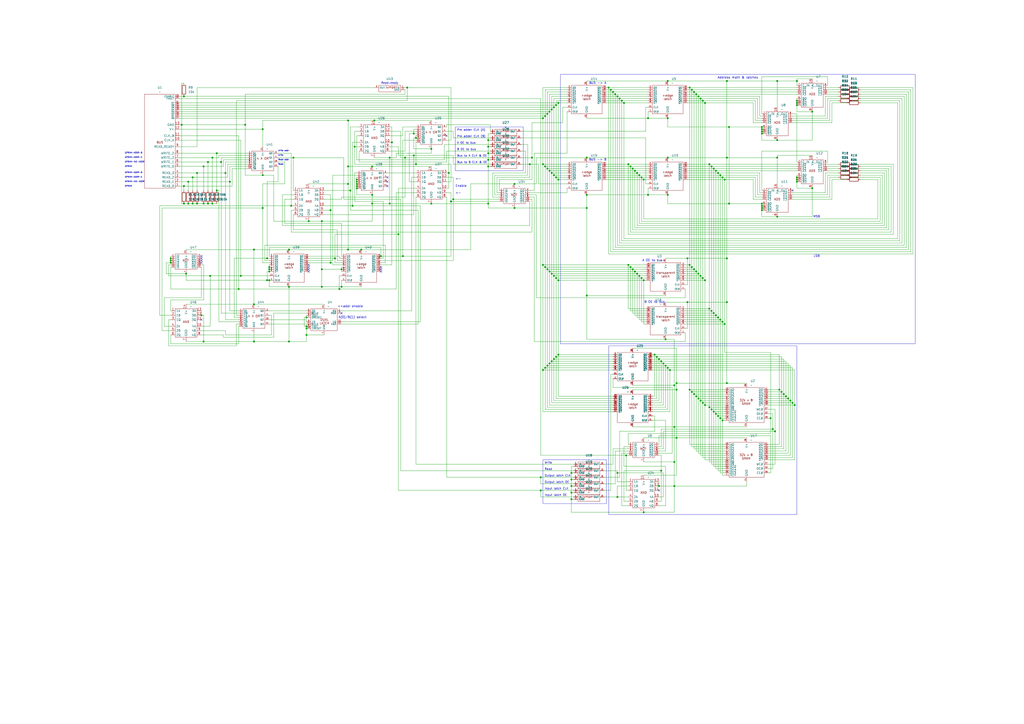
<source format=kicad_sch>
(kicad_sch (version 20231120) (generator "eeschema") (generator_version "8.0")
  (paper "A2")
  (junction (at 120.65 118.11))
  (junction (at 125.73 110.49))
  (junction (at 331.47 289.56))
  (junction (at 417.83 242.57))
  (junction (at 358.14 274.32))
  (junction (at 387.35 68.58))
  (junction (at 114.3 118.11))
  (junction (at 207.01 105.41))
  (junction (at 130.81 100.33))
  (junction (at 283.21 92.71))
  (junction (at 421.64 91.44))
  (junction (at 450.85 125.73))
  (junction (at 314.96 95.25))
  (junction (at 405.13 158.75))
  (junction (at 453.39 227.33))
  (junction (at 123.19 118.11))
  (junction (at 402.59 53.34))
  (junction (at 387.35 46.99))
  (junction (at 105.41 72.39))
  (junction (at 147.32 176.53))
  (junction (at 462.28 105.41))
  (junction (at 363.22 264.16))
  (junction (at 412.75 96.52))
  (junction (at 154.94 162.56))
  (junction (at 203.2 110.49))
  (junction (at 152.4 101.6))
  (junction (at 471.17 64.77))
  (junction (at 177.8 194.31))
  (junction (at 355.6 53.34))
  (junction (at 370.84 101.6))
  (junction (at 215.9 113.03))
  (junction (at 401.32 227.33))
  (junction (at 320.04 63.5))
  (junction (at 316.23 213.36))
  (junction (at 441.96 118.11))
  (junction (at 250.19 118.11))
  (junction (at 186.69 166.37))
  (junction (at 111.76 118.11))
  (junction (at 359.41 57.15))
  (junction (at 156.21 156.21))
  (junction (at 379.73 205.74))
  (junction (at 317.5 66.04))
  (junction (at 107.95 158.75))
  (junction (at 321.31 208.28))
  (junction (at 167.64 144.78))
  (junction (at 322.58 102.87))
  (junction (at 209.55 144.78))
  (junction (at 373.38 104.14))
  (junction (at 417.83 101.6))
  (junction (at 392.43 222.25))
  (junction (at 360.68 58.42))
  (junction (at 204.47 119.38))
  (junction (at 386.08 196.85))
  (junction (at 421.64 175.26))
  (junction (at 364.49 153.67))
  (junction (at 368.3 157.48))
  (junction (at 298.45 106.68))
  (junction (at 260.35 100.33))
  (junction (at 365.76 154.94))
  (junction (at 441.96 74.93))
  (junction (at 340.36 113.03))
  (junction (at 422.91 118.11))
  (junction (at 318.77 157.48))
  (junction (at 250.19 86.36))
  (junction (at 367.03 156.21))
  (junction (at 215.9 118.11))
  (junction (at 318.77 64.77))
  (junction (at 417.83 185.42))
  (junction (at 109.22 118.11))
  (junction (at 283.21 88.9))
  (junction (at 415.29 182.88))
  (junction (at 462.28 46.99))
  (junction (at 201.93 96.52))
  (junction (at 220.98 148.59))
  (junction (at 398.78 149.86))
  (junction (at 125.73 88.9))
  (junction (at 358.14 288.29))
  (junction (at 241.3 80.01))
  (junction (at 407.67 58.42))
  (junction (at 331.47 274.32))
  (junction (at 240.03 77.47))
  (junction (at 313.69 276.86))
  (junction (at 421.64 46.99))
  (junction (at 314.96 214.63))
  (junction (at 322.58 207.01))
  (junction (at 441.96 120.65))
  (junction (at 156.21 157.48))
  (junction (at 398.78 175.26))
  (junction (at 194.31 149.86))
  (junction (at 356.87 54.61))
  (junction (at 408.94 162.56))
  (junction (at 400.05 226.06))
  (junction (at 421.64 222.25))
  (junction (at 402.59 228.6))
  (junction (at 236.22 50.8))
  (junction (at 201.93 69.85))
  (junction (at 372.11 102.87))
  (junction (at 322.58 161.29))
  (junction (at 177.8 184.15))
  (junction (at 449.58 250.19))
  (junction (at 340.36 91.44))
  (junction (at 156.21 154.94))
  (junction (at 321.31 101.6))
  (junction (at 384.81 210.82))
  (junction (at 314.96 153.67))
  (junction (at 462.28 59.69))
  (junction (at 369.57 158.75))
  (junction (at 414.02 97.79))
  (junction (at 133.35 105.41))
  (junction (at 217.17 69.85))
  (junction (at 361.95 59.69))
  (junction (at 447.04 242.57))
  (junction (at 156.21 162.56))
  (junction (at 198.12 156.21))
  (junction (at 207.01 109.22))
  (junction (at 373.38 162.56))
  (junction (at 226.06 91.44))
  (junction (at 401.32 52.07))
  (junction (at 283.21 85.09))
  (junction (at 318.77 210.82))
  (junction (at 414.02 181.61))
  (junction (at 441.96 121.92))
  (junction (at 452.12 226.06))
  (junction (at 441.96 76.2))
  (junction (at 331.47 281.94))
  (junction (at 411.48 95.25))
  (junction (at 313.69 284.48))
  (junction (at 412.75 237.49))
  (junction (at 358.14 55.88))
  (junction (at 308.61 91.44))
  (junction (at 375.92 113.03))
  (junction (at 383.54 209.55))
  (junction (at 262.89 115.57))
  (junction (at 240.03 90.17))
  (junction (at 283.21 118.11))
  (junction (at 170.18 91.44))
  (junction (at 373.38 297.18))
  (junction (at 448.31 248.92))
  (junction (at 186.69 128.27))
  (junction (at 106.68 118.11))
  (junction (at 405.13 231.14))
  (junction (at 450.85 91.44))
  (junction (at 340.36 171.45))
  (junction (at 381 207.01))
  (junction (at 416.56 100.33))
  (junction (at 462.28 60.96))
  (junction (at 450.85 81.28))
  (junction (at 154.94 149.86))
  (junction (at 320.04 100.33))
  (junction (at 406.4 57.15))
  (junction (at 191.77 121.92))
  (junction (at 198.12 166.37))
  (junction (at 471.17 109.22))
  (junction (at 320.04 158.75))
  (junction (at 405.13 55.88))
  (junction (at 317.5 212.09))
  (junction (at 207.01 107.95))
  (junction (at 372.11 161.29))
  (junction (at 415.29 99.06))
  (junction (at 403.86 229.87))
  (junction (at 317.5 156.21))
  (junction (at 450.85 46.99))
  (junction (at 408.94 234.95))
  (junction (at 407.67 233.68))
  (junction (at 462.28 102.87))
  (junction (at 109.22 105.41))
  (junction (at 196.85 167.64))
  (junction (at 320.04 209.55))
  (junction (at 118.11 118.11))
  (junction (at 400.05 153.67))
  (junction (at 387.35 91.44))
  (junction (at 323.85 205.74))
  (junction (at 441.96 77.47))
  (junction (at 459.74 233.68))
  (junction (at 369.57 100.33))
  (junction (at 387.35 213.36))
  (junction (at 201.93 144.78))
  (junction (at 106.68 107.95))
  (junction (at 283.21 96.52))
  (junction (at 364.49 95.25))
  (junction (at 227.33 82.55))
  (junction (at 147.32 144.78))
  (junction (at 391.16 267.97))
  (junction (at 462.28 104.14))
  (junction (at 368.3 99.06))
  (junction (at 354.33 52.07))
  (junction (at 207.01 104.14))
  (junction (at 323.85 104.14))
  (junction (at 123.19 91.44))
  (junction (at 416.56 184.15))
  (junction (at 114.3 100.33))
  (junction (at 420.37 104.14))
  (junction (at 152.4 120.65))
  (junction (at 441.96 119.38))
  (junction (at 455.93 229.87))
  (junction (at 461.01 234.95))
  (junction (at 201.93 106.68))
  (junction (at 462.28 58.42))
  (junction (at 316.23 67.31))
  (junction (at 118.11 198.12))
  (junction (at 314.96 68.58))
  (junction (at 116.84 182.88))
  (junction (at 168.91 119.38))
  (junction (at 283.21 81.28))
  (junction (at 403.86 54.61))
  (junction (at 321.31 62.23))
  (junction (at 388.62 214.63))
  (junction (at 391.16 281.94))
  (junction (at 215.9 96.52))
  (junction (at 118.11 96.52))
  (junction (at 231.14 135.89))
  (junction (at 307.34 95.25))
  (junction (at 323.85 59.69))
  (junction (at 331.47 278.13))
  (junction (at 421.64 149.86))
  (junction (at 177.8 190.5))
  (junction (at 419.1 186.69))
  (junction (at 233.68 148.59))
  (junction (at 138.43 167.64))
  (junction (at 441.96 73.66))
  (junction (at 234.95 91.44))
  (junction (at 179.07 128.27))
  (junction (at 152.4 74.93))
  (junction (at 415.29 240.03))
  (junction (at 317.5 97.79))
  (junction (at 370.84 160.02))
  (junction (at 403.86 157.48))
  (junction (at 367.03 97.79))
  (junction (at 454.66 228.6))
  (junction (at 400.05 50.8))
  (junction (at 414.02 238.76))
  (junction (at 386.08 212.09))
  (junction (at 383.54 273.05))
  (junction (at 177.8 189.23))
  (junction (at 106.68 55.88))
  (junction (at 402.59 156.21))
  (junction (at 406.4 232.41))
  (junction (at 391.16 223.52))
  (junction (at 401.32 154.94))
  (junction (at 207.01 106.68))
  (junction (at 316.23 96.52))
  (junction (at 120.65 93.98))
  (junction (at 99.06 152.4))
  (junction (at 406.4 160.02))
  (junction (at 261.62 116.84))
  (junction (at 340.36 120.65))
  (junction (at 457.2 231.14))
  (junction (at 139.7 160.02))
  (junction (at 420.37 187.96))
  (junction (at 458.47 232.41))
  (junction (at 411.48 236.22))
  (junction (at 316.23 154.94))
  (junction (at 392.43 254))
  (junction (at 191.77 152.4))
  (junction (at 241.3 95.25))
  (junction (at 387.35 113.03))
  (junction (at 375.92 68.58))
  (junction (at 142.24 72.39))
  (junction (at 331.47 285.75))
  (junction (at 121.92 160.02))
  (junction (at 167.64 166.37))
  (junction (at 407.67 161.29))
  (junction (at 226.06 118.11))
  (junction (at 382.27 208.28))
  (junction (at 365.76 96.52))
  (junction (at 322.58 60.96))
  (junction (at 382.27 281.94))
  (junction (at 408.94 59.69))
  (junction (at 416.56 241.3))
  (junction (at 147.32 198.12))
  (junction (at 205.74 85.09))
  (junction (at 392.43 226.06))
  (junction (at 412.75 180.34))
  (junction (at 391.16 247.65))
  (junction (at 167.64 198.12))
  (junction (at 419.1 102.87))
  (junction (at 318.77 99.06))
  (junction (at 321.31 160.02))
  (junction (at 128.27 93.98))
  (junction (at 186.69 156.21))
  (junction (at 99.06 151.13))
  (junction (at 353.06 50.8))
  (junction (at 422.91 73.66))
  (junction (at 298.45 120.65))
  (junction (at 111.76 102.87))
  (junction (at 419.1 243.84))
  (junction (at 411.48 179.07))
  (junction (at 323.85 162.56))
  (junction (at 99.06 149.86))
  (no_connect (at 179.07 153.67))
  (no_connect (at 382.27 284.48))
  (no_connect (at 179.07 156.21))
  (no_connect (at 224.79 107.95))
  (no_connect (at 179.07 157.48))
  (no_connect (at 116.84 152.4))
  (no_connect (at 116.84 151.13))
  (no_connect (at 198.12 181.61))
  (no_connect (at 459.74 110.49))
  (no_connect (at 224.79 105.41))
  (no_connect (at 220.98 156.21))
  (no_connect (at 220.98 154.94))
  (no_connect (at 116.84 149.86))
  (no_connect (at 224.79 102.87))
  (no_connect (at 179.07 154.94))
  (no_connect (at 259.08 78.74))
  (no_connect (at 220.98 157.48))
  (no_connect (at 116.84 148.59))
  (no_connect (at 116.84 185.42))
  (wire (pts (xy 207.01 113.03) (xy 215.9 113.03)))
  (wire (pts (xy 231.14 135.89) (xy 194.31 135.89)))
  (wire (pts (xy 447.04 204.47) (xy 447.04 242.57)))
  (wire (pts (xy 165.1 106.68) (xy 152.4 106.68)))
  (wire (pts (xy 462.28 57.15) (xy 462.28 58.42)))
  (wire (pts (xy 386.08 293.37) (xy 386.08 270.51)))
  (wire (pts (xy 320.04 55.88) (xy 320.04 63.5)))
  (wire (pts (xy 156.21 157.48) (xy 154.94 157.48)))
  (wire (pts (xy 236.22 50.8) (xy 234.95 50.8)))
  (wire (pts (xy 358.14 55.88) (xy 358.14 142.24)))
  (wire (pts (xy 455.93 229.87) (xy 445.77 229.87)))
  (wire (pts (xy 194.31 152.4) (xy 198.12 152.4)))
  (wire (pts (xy 398.78 149.86) (xy 386.08 149.86)))
  (wire (pts (xy 417.83 242.57) (xy 417.83 274.32)))
  (wire (pts (xy 137.16 187.96) (xy 138.43 187.96)))
  (wire (pts (xy 215.9 128.27) (xy 186.69 128.27)))
  (wire (pts (xy 439.42 57.15) (xy 439.42 68.58)))
  (wire (pts (xy 177.8 186.69) (xy 177.8 185.42)))
  (wire (pts (xy 397.51 162.56) (xy 408.94 162.56)))
  (wire (pts (xy 375.92 64.77) (xy 375.92 68.58)))
  (wire (pts (xy 262.89 102.87) (xy 262.89 115.57)))
  (wire (pts (xy 438.15 102.87) (xy 419.1 102.87)))
  (wire (pts (xy 450.85 46.99) (xy 462.28 46.99)))
  (wire (pts (xy 365.76 96.52) (xy 375.92 96.52)))
  (wire (pts (xy 398.78 97.79) (xy 414.02 97.79)))
  (wire (pts (xy 439.42 101.6) (xy 439.42 113.03)))
  (wire (pts (xy 232.41 273.05) (xy 232.41 115.57)))
  (wire (pts (xy 283.21 88.9) (xy 284.48 88.9)))
  (wire (pts (xy 130.81 194.31) (xy 130.81 191.77)))
  (wire (pts (xy 411.48 95.25) (xy 462.28 95.25)))
  (wire (pts (xy 397.51 165.1) (xy 398.78 165.1)))
  (wire (pts (xy 383.54 273.05) (xy 361.95 273.05)))
  (wire (pts (xy 207.01 107.95) (xy 207.01 109.22)))
  (wire (pts (xy 457.2 231.14) (xy 457.2 262.89)))
  (wire (pts (xy 436.88 115.57) (xy 441.96 115.57)))
  (wire (pts (xy 494.03 100.33) (xy 513.08 100.33)))
  (wire (pts (xy 471.17 125.73) (xy 450.85 125.73)))
  (wire (pts (xy 179.07 106.68) (xy 201.93 106.68)))
  (wire (pts (xy 384.81 260.35) (xy 382.27 260.35)))
  (wire (pts (xy 527.05 144.78) (xy 527.05 53.34)))
  (wire (pts (xy 262.89 95.25) (xy 262.89 90.17)))
  (wire (pts (xy 416.56 184.15) (xy 416.56 241.3)))
  (wire (pts (xy 302.26 83.82) (xy 306.07 83.82)))
  (wire (pts (xy 134.62 97.79) (xy 143.51 97.79)))
  (wire (pts (xy 138.43 186.69) (xy 127 186.69)))
  (wire (pts (xy 340.36 91.44) (xy 387.35 91.44)))
  (wire (pts (xy 177.8 190.5) (xy 177.8 194.31)))
  (wire (pts (xy 383.54 273.05) (xy 383.54 290.83)))
  (wire (pts (xy 374.65 186.69) (xy 372.11 186.69)))
  (wire (pts (xy 397.51 167.64) (xy 397.51 172.72)))
  (wire (pts (xy 323.85 104.14) (xy 328.93 104.14)))
  (wire (pts (xy 359.41 140.97) (xy 359.41 57.15)))
  (wire (pts (xy 355.6 219.71) (xy 355.6 224.79)))
  (wire (pts (xy 320.04 100.33) (xy 328.93 100.33)))
  (wire (pts (xy 215.9 118.11) (xy 226.06 118.11)))
  (wire (pts (xy 205.74 100.33) (xy 207.01 100.33)))
  (wire (pts (xy 481.33 114.3) (xy 481.33 102.87)))
  (wire (pts (xy 313.69 280.67) (xy 313.69 276.86)))
  (wire (pts (xy 284.48 83.82) (xy 257.81 83.82)))
  (wire (pts (xy 415.29 99.06) (xy 462.28 99.06)))
  (wire (pts (xy 314.96 68.58) (xy 314.96 95.25)))
  (wire (pts (xy 205.74 95.25) (xy 205.74 85.09)))
  (wire (pts (xy 106.68 118.11) (xy 109.22 118.11)))
  (wire (pts (xy 361.95 259.08) (xy 361.95 270.51)))
  (wire (pts (xy 361.95 59.69) (xy 375.92 59.69)))
  (wire (pts (xy 356.87 143.51) (xy 356.87 54.61)))
  (wire (pts (xy 364.49 261.62) (xy 356.87 261.62)))
  (wire (pts (xy 321.31 57.15) (xy 321.31 62.23)))
  (wire (pts (xy 309.88 88.9) (xy 309.88 110.49)))
  (wire (pts (xy 104.14 64.77) (xy 318.77 64.77)))
  (wire (pts (xy 481.33 102.87) (xy 486.41 102.87)))
  (wire (pts (xy 414.02 97.79) (xy 462.28 97.79)))
  (wire (pts (xy 186.69 128.27) (xy 186.69 156.21)))
  (wire (pts (xy 241.3 102.87) (xy 238.76 102.87)))
  (wire (pts (xy 355.6 208.28) (xy 321.31 208.28)))
  (wire (pts (xy 457.2 231.14) (xy 457.2 210.82)))
  (wire (pts (xy 370.84 160.02) (xy 321.31 160.02)))
  (wire (pts (xy 243.84 119.38) (xy 243.84 186.69)))
  (wire (pts (xy 482.6 71.12) (xy 459.74 71.12)))
  (wire (pts (xy 382.27 264.16) (xy 383.54 264.16)))
  (wire (pts (xy 259.08 114.3) (xy 259.08 276.86)))
  (wire (pts (xy 105.41 72.39) (xy 105.41 48.26)))
  (wire (pts (xy 450.85 46.99) (xy 450.85 62.23)))
  (wire (pts (xy 304.8 100.33) (xy 285.75 100.33)))
  (wire (pts (xy 364.49 284.48) (xy 363.22 284.48)))
  (wire (pts (xy 355.6 232.41) (xy 321.31 232.41)))
  (wire (pts (xy 441.96 44.45) (xy 441.96 66.04)))
  (wire (pts (xy 358.14 288.29) (xy 364.49 288.29)))
  (wire (pts (xy 441.96 121.92) (xy 441.96 125.73)))
  (wire (pts (xy 129.54 194.31) (xy 116.84 194.31)))
  (wire (pts (xy 331.47 274.32) (xy 332.74 274.32)))
  (wire (pts (xy 284.48 72.39) (xy 259.08 72.39)))
  (wire (pts (xy 494.03 53.34) (xy 527.05 53.34)))
  (wire (pts (xy 196.85 149.86) (xy 198.12 149.86)))
  (wire (pts (xy 152.4 69.85) (xy 152.4 74.93)))
  (wire (pts (xy 142.24 101.6) (xy 142.24 72.39)))
  (wire (pts (xy 441.96 73.66) (xy 422.91 73.66)))
  (wire (pts (xy 289.56 104.14) (xy 289.56 110.49)))
  (wire (pts (xy 163.83 113.03) (xy 170.18 113.03)))
  (wire (pts (xy 99.06 173.99) (xy 99.06 180.34)))
  (wire (pts (xy 195.58 151.13) (xy 198.12 151.13)))
  (wire (pts (xy 421.64 149.86) (xy 421.64 175.26)))
  (wire (pts (xy 308.61 91.44) (xy 308.61 71.12)))
  (wire (pts (xy 311.15 91.44) (xy 340.36 91.44)))
  (wire (pts (xy 420.37 262.89) (xy 405.13 262.89)))
  (wire (pts (xy 118.11 173.99) (xy 99.06 173.99)))
  (wire (pts (xy 147.32 198.12) (xy 147.32 193.04)))
  (wire (pts (xy 398.78 101.6) (xy 417.83 101.6)))
  (wire (pts (xy 480.06 87.63) (xy 480.06 93.98)))
  (wire (pts (xy 374.65 181.61) (xy 367.03 181.61)))
  (wire (pts (xy 121.92 189.23) (xy 116.84 189.23)))
  (wire (pts (xy 128.27 93.98) (xy 128.27 181.61)))
  (wire (pts (xy 447.04 242.57) (xy 445.77 242.57)))
  (wire (pts (xy 462.28 49.53) (xy 462.28 46.99)))
  (wire (pts (xy 405.13 231.14) (xy 420.37 231.14)))
  (wire (pts (xy 331.47 281.94) (xy 331.47 285.75)))
  (wire (pts (xy 240.03 77.47) (xy 241.3 77.47)))
  (wire (pts (xy 398.78 99.06) (xy 415.29 99.06)))
  (wire (pts (xy 408.94 266.7) (xy 420.37 266.7)))
  (wire (pts (xy 415.29 271.78) (xy 420.37 271.78)))
  (wire (pts (xy 104.14 68.58) (xy 314.96 68.58)))
  (wire (pts (xy 227.33 82.55) (xy 227.33 153.67)))
  (wire (pts (xy 317.5 212.09) (xy 317.5 236.22)))
  (wire (pts (xy 382.27 208.28) (xy 378.46 208.28)))
  (wire (pts (xy 133.35 105.41) (xy 109.22 105.41)))
  (wire (pts (xy 138.43 78.74) (xy 138.43 167.64)))
  (wire (pts (xy 328.93 99.06) (xy 318.77 99.06)))
  (wire (pts (xy 416.56 241.3) (xy 420.37 241.3)))
  (wire (pts (xy 283.21 81.28) (xy 283.21 85.09)))
  (wire (pts (xy 382.27 257.81) (xy 382.27 252.73)))
  (wire (pts (xy 398.78 190.5) (xy 397.51 190.5)))
  (wire (pts (xy 104.14 88.9) (xy 125.73 88.9)))
  (wire (pts (xy 283.21 120.65) (xy 283.21 118.11)))
  (wire (pts (xy 104.14 60.96) (xy 322.58 60.96)))
  (wire (pts (xy 454.66 228.6) (xy 454.66 208.28)))
  (wire (pts (xy 368.3 99.06) (xy 375.92 99.06)))
  (wire (pts (xy 241.3 78.74) (xy 241.3 80.01)))
  (wire (pts (xy 237.49 77.47) (xy 237.49 105.41)))
  (wire (pts (xy 125.73 88.9) (xy 143.51 88.9)))
  (wire (pts (xy 130.81 185.42) (xy 138.43 185.42)))
  (wire (pts (xy 207.01 104.14) (xy 207.01 105.41)))
  (wire (pts (xy 374.65 62.23) (xy 374.65 76.2)))
  (wire (pts (xy 241.3 80.01) (xy 240.03 80.01)))
  (wire (pts (xy 438.15 58.42) (xy 407.67 58.42)))
  (wire (pts (xy 201.93 106.68) (xy 201.93 144.78)))
  (wire (pts (xy 233.68 78.74) (xy 233.68 73.66)))
  (wire (pts (xy 97.79 185.42) (xy 97.79 200.66)))
  (wire (pts (xy 398.78 50.8) (xy 400.05 50.8)))
  (wire (pts (xy 417.83 185.42) (xy 397.51 185.42)))
  (wire (pts (xy 514.35 99.06) (xy 514.35 132.08)))
  (wire (pts (xy 161.29 105.41) (xy 154.94 105.41)))
  (wire (pts (xy 170.18 115.57) (xy 165.1 115.57)))
  (wire (pts (xy 106.68 107.95) (xy 104.14 107.95)))
  (wire (pts (xy 411.48 267.97) (xy 411.48 236.22)))
  (wire (pts (xy 167.64 166.37) (xy 167.64 198.12)))
  (wire (pts (xy 168.91 119.38) (xy 170.18 119.38)))
  (wire (pts (xy 201.93 96.52) (xy 201.93 69.85)))
  (wire (pts (xy 448.31 271.78) (xy 445.77 271.78)))
  (wire (pts (xy 392.43 254) (xy 433.07 254)))
  (wire (pts (xy 354.33 217.17) (xy 355.6 217.17)))
  (wire (pts (xy 478.79 100.33) (xy 478.79 111.76)))
  (wire (pts (xy 207.01 78.74) (xy 208.28 78.74)))
  (wire (pts (xy 205.74 85.09) (xy 208.28 85.09)))
  (wire (pts (xy 177.8 198.12) (xy 177.8 194.31)))
  (wire (pts (xy 441.96 76.2) (xy 441.96 77.47)))
  (wire (pts (xy 302.26 80.01) (xy 374.65 80.01)))
  (wire (pts (xy 156.21 143.51) (xy 156.21 148.59)))
  (wire (pts (xy 374.65 157.48) (xy 368.3 157.48)))
  (wire (pts (xy 177.8 184.15) (xy 176.53 184.15)))
  (wire (pts (xy 318.77 54.61) (xy 328.93 54.61)))
  (wire (pts (xy 331.47 285.75) (xy 332.74 285.75)))
  (wire (pts (xy 486.41 55.88) (xy 478.79 55.88)))
  (wire (pts (xy 307.34 114.3) (xy 309.88 114.3)))
  (wire (pts (xy 421.64 175.26) (xy 398.78 175.26)))
  (wire (pts (xy 421.64 91.44) (xy 450.85 91.44)))
  (wire (pts (xy 152.4 74.93) (xy 104.14 74.93)))
  (wire (pts (xy 480.06 97.79) (xy 486.41 97.79)))
  (wire (pts (xy 105.41 118.11) (xy 106.68 118.11)))
  (wire (pts (xy 220.98 148.59) (xy 220.98 143.51)))
  (wire (pts (xy 118.11 182.88) (xy 118.11 198.12)))
  (wire (pts (xy 320.04 233.68) (xy 355.6 233.68)))
  (wire (pts (xy 118.11 118.11) (xy 120.65 118.11)))
  (wire (pts (xy 317.5 97.79) (xy 328.93 97.79)))
  (wire (pts (xy 462.28 66.04) (xy 459.74 66.04)))
  (wire (pts (xy 388.62 214.63) (xy 388.62 238.76)))
  (wire (pts (xy 130.81 191.77) (xy 116.84 191.77)))
  (wire (pts (xy 351.79 100.33) (xy 369.57 100.33)))
  (wire (pts (xy 147.32 198.12) (xy 167.64 198.12)))
  (wire (pts (xy 411.48 179.07) (xy 411.48 95.25)))
  (wire (pts (xy 203.2 121.92) (xy 242.57 121.92)))
  (wire (pts (xy 250.19 86.36) (xy 250.19 88.9)))
  (wire (pts (xy 372.11 186.69) (xy 372.11 161.29)))
  (wire (pts (xy 128.27 91.44) (xy 128.27 93.98)))
  (wire (pts (xy 307.34 102.87) (xy 307.34 95.25)))
  (wire (pts (xy 389.89 262.89) (xy 382.27 262.89)))
  (wire (pts (xy 97.79 160.02) (xy 97.79 153.67)))
  (wire (pts (xy 482.6 104.14) (xy 482.6 115.57)))
  (wire (pts (xy 416.56 100.33) (xy 398.78 100.33)))
  (wire (pts (xy 322.58 58.42) (xy 322.58 60.96)))
  (wire (pts (xy 480.06 96.52) (xy 491.49 96.52)))
  (wire (pts (xy 355.6 234.95) (xy 318.77 234.95)))
  (wire (pts (xy 445.77 231.14) (xy 457.2 231.14)))
  (wire (pts (xy 242.57 187.96) (xy 198.12 187.96)))
  (wire (pts (xy 106.68 55.88) (xy 260.35 55.88)))
  (wire (pts (xy 364.49 251.46) (xy 447.04 251.46)))
  (wire (pts (xy 323.85 162.56) (xy 323.85 205.74)))
  (wire (pts (xy 240.03 90.17) (xy 231.14 90.17)))
  (wire (pts (xy 139.7 160.02) (xy 121.92 160.02)))
  (wire (pts (xy 364.49 95.25) (xy 364.49 135.89)))
  (wire (pts (xy 462.28 46.99) (xy 462.28 45.72)))
  (wire (pts (xy 328.93 55.88) (xy 320.04 55.88)))
  (wire (pts (xy 161.29 88.9) (xy 168.91 88.9)))
  (wire (pts (xy 111.76 118.11) (xy 114.3 118.11)))
  (wire (pts (xy 415.29 240.03) (xy 415.29 182.88)))
  (wire (pts (xy 196.85 160.02) (xy 198.12 160.02)))
  (wire (pts (xy 355.6 53.34) (xy 355.6 144.78)))
  (wire (pts (xy 360.68 58.42) (xy 360.68 139.7)))
  (wire (pts (xy 462.28 58.42) (xy 462.28 59.69)))
  (wire (pts (xy 397.51 181.61) (xy 414.02 181.61)))
  (wire (pts (xy 104.14 66.04) (xy 317.5 66.04)))
  (wire (pts (xy 227.33 153.67) (xy 220.98 153.67)))
  (wire (pts (xy 384.81 234.95) (xy 384.81 210.82)))
  (wire (pts (xy 378.46 229.87) (xy 379.73 229.87)))
  (wire (pts (xy 494.03 102.87) (xy 510.54 102.87)))
  (wire (pts (xy 170.18 91.44) (xy 170.18 110.49)))
  (wire (pts (xy 340.36 113.03) (xy 375.92 113.03)))
  (wire (pts (xy 441.96 120.65) (xy 441.96 121.92)))
  (wire (pts (xy 317.5 66.04) (xy 317.5 97.79)))
  (wire (pts (xy 156.21 187.96) (xy 177.8 187.96)))
  (wire (pts (xy 392.43 201.93) (xy 392.43 222.25)))
  (wire (pts (xy 331.47 281.94) (xy 332.74 281.94)))
  (wire (pts (xy 161.29 96.52) (xy 161.29 105.41)))
  (wire (pts (xy 449.58 237.49) (xy 449.58 250.19)))
  (wire (pts (xy 452.12 226.06) (xy 452.12 257.81)))
  (wire (pts (xy 383.54 259.08) (xy 382.27 259.08)))
  (wire (pts (xy 226.06 118.11) (xy 250.19 118.11)))
  (wire (pts (xy 260.35 100.33) (xy 259.08 100.33)))
  (wire (pts (xy 158.75 181.61) (xy 158.75 195.58)))
  (wire (pts (xy 259.08 81.28) (xy 261.62 81.28)))
  (wire (pts (xy 402.59 53.34) (xy 462.28 53.34)))
  (wire (pts (xy 307.34 111.76) (xy 328.93 111.76)))
  (wire (pts (xy 241.3 109.22) (xy 231.14 109.22)))
  (wire (pts (xy 289.56 104.14) (xy 308.61 104.14)))
  (wire (pts (xy 241.3 81.28) (xy 233.68 81.28)))
  (wire (pts (xy 354.33 146.05) (xy 354.33 52.07)))
  (wire (pts (xy 314.96 238.76) (xy 355.6 238.76)))
  (wire (pts (xy 454.66 208.28) (xy 382.27 208.28)))
  (wire (pts (xy 364.49 135.89) (xy 518.16 135.89)))
  (wire (pts (xy 234.95 91.44) (xy 232.41 91.44)))
  (wire (pts (xy 311.15 113.03) (xy 307.34 113.03)))
  (wire (pts (xy 419.1 102.87) (xy 398.78 102.87)))
  (wire (pts (xy 229.87 167.64) (xy 229.87 111.76)))
  (wire (pts (xy 168.91 134.62) (xy 168.91 121.92)))
  (wire (pts (xy 323.85 229.87) (xy 323.85 205.74)))
  (wire (pts (xy 123.19 91.44) (xy 104.14 91.44)))
  (wire (pts (xy 480.06 49.53) (xy 480.06 44.45)))
  (wire (pts (xy 480.06 57.15) (xy 491.49 57.15)))
  (wire (pts (xy 448.31 248.92) (xy 383.54 248.92)))
  (wire (pts (xy 207.01 92.71) (xy 207.01 78.74)))
  (wire (pts (xy 261.62 116.84) (xy 289.56 116.84)))
  (wire (pts (xy 364.49 251.46) (xy 364.49 257.81)))
  (wire (pts (xy 420.37 104.14) (xy 436.88 104.14)))
  (wire (pts (xy 207.01 105.41) (xy 207.01 106.68)))
  (wire (pts (xy 403.86 229.87) (xy 403.86 157.48)))
  (wire (pts (xy 142.24 54.61) (xy 142.24 72.39)))
  (wire (pts (xy 318.77 99.06) (xy 318.77 64.77)))
  (wire (pts (xy 528.32 52.07) (xy 528.32 146.05)))
  (wire (pts (xy 441.96 114.3) (xy 438.15 114.3)))
  (wire (pts (xy 359.41 250.19) (xy 359.41 276.86)))
  (wire (pts (xy 133.35 105.41) (xy 133.35 180.34)))
  (wire (pts (xy 398.78 95.25) (xy 411.48 95.25)))
  (wire (pts (xy 241.3 82.55) (xy 241.3 95.25)))
  (wire (pts (xy 96.52 152.4) (xy 96.52 158.75)))
  (wire (pts (xy 378.46 214.63) (xy 388.62 214.63)))
  (wire (pts (xy 318.77 64.77) (xy 318.77 54.61)))
  (wire (pts (xy 523.24 140.97) (xy 359.41 140.97)))
  (wire (pts (xy 516.89 134.62) (xy 365.76 134.62)))
  (wire (pts (xy 350.52 288.29) (xy 358.14 288.29)))
  (wire (pts (xy 243.84 186.69) (xy 198.12 186.69)))
  (wire (pts (xy 204.47 82.55) (xy 204.47 119.38)))
  (wire (pts (xy 203.2 110.49) (xy 203.2 121.92)))
  (wire (pts (xy 355.6 210.82) (xy 318.77 210.82)))
  (wire (pts (xy 420.37 237.49) (xy 412.75 237.49)))
  (wire (pts (xy 99.06 167.64) (xy 99.06 154.94)))
  (wire (pts (xy 520.7 138.43) (xy 361.95 138.43)))
  (wire (pts (xy 187.96 121.92) (xy 191.77 121.92)))
  (wire (pts (xy 529.59 147.32) (xy 529.59 50.8)))
  (wire (pts (xy 378.46 207.01) (xy 381 207.01)))
  (wire (pts (xy 375.92 100.33) (xy 369.57 100.33)))
  (wire (pts (xy 462.28 64.77) (xy 471.17 64.77)))
  (wire (pts (xy 318.77 157.48) (xy 318.77 210.82)))
  (wire (pts (xy 259.08 276.86) (xy 313.69 276.86)))
  (wire (pts (xy 374.65 76.2) (xy 302.26 76.2)))
  (wire (pts (xy 198.12 156.21) (xy 198.12 157.48)))
  (wire (pts (xy 170.18 91.44) (xy 161.29 91.44)))
  (wire (pts (xy 457.2 262.89) (xy 445.77 262.89)))
  (wire (pts (xy 400.05 50.8) (xy 400.05 153.67)))
  (wire (pts (xy 201.93 96.52) (xy 201.93 106.68)))
  (wire (pts (xy 356.87 280.67) (xy 350.52 280.67)))
  (wire (pts (xy 397.51 184.15) (xy 416.56 184.15)))
  (wire (pts (xy 284.48 87.63) (xy 259.08 87.63)))
  (wire (pts (xy 306.07 83.82) (xy 306.07 101.6)))
  (wire (pts (xy 355.6 224.79) (xy 389.89 224.79)))
  (wire (pts (xy 111.76 110.49) (xy 111.76 102.87)))
  (wire (pts (xy 322.58 207.01) (xy 355.6 207.01)))
  (wire (pts (xy 118.11 198.12) (xy 107.95 198.12)))
  (wire (pts (xy 99.06 191.77) (xy 93.98 191.77)))
  (wire (pts (xy 99.06 194.31) (xy 99.06 199.39)))
  (wire (pts (xy 370.84 101.6) (xy 375.92 101.6)))
  (wire (pts (xy 398.78 54.61) (xy 403.86 54.61)))
  (wire (pts (xy 138.43 199.39) (xy 138.43 189.23)))
  (wire (pts (xy 389.89 224.79) (xy 389.89 262.89)))
  (wire (pts (xy 499.11 57.15) (xy 523.24 57.15)))
  (wire (pts (xy 402.59 156.21) (xy 402.59 228.6)))
  (wire (pts (xy 130.81 93.98) (xy 130.81 100.33)))
  (wire (pts (xy 283.21 77.47) (xy 284.48 77.47)))
  (wire (pts (xy 402.59 228.6) (xy 420.37 228.6)))
  (wire (pts (xy 193.04 101.6) (xy 193.04 151.13)))
  (wire (pts (xy 499.11 101.6) (xy 511.81 101.6)))
  (wire (pts (xy 462.28 59.69) (xy 462.28 60.96)))
  (wire (pts (xy 167.64 198.12) (xy 177.8 198.12)))
  (wire (pts (xy 313.69 288.29) (xy 313.69 284.48)))
  (wire (pts (xy 320.04 209.55) (xy 320.04 233.68)))
  (wire (pts (xy 480.06 87.63) (xy 441.96 87.63)))
  (wire (pts (xy 355.6 144.78) (xy 527.05 144.78)))
  (wire (pts (xy 510.54 128.27) (xy 510.54 102.87)))
  (wire (pts (xy 205.74 95.25) (xy 241.3 95.25)))
  (wire (pts (xy 351.79 102.87) (xy 372.11 102.87)))
  (wire (pts (xy 332.74 270.51) (xy 331.47 270.51)))
  (wire (pts (xy 317.5 97.79) (xy 317.5 156.21)))
  (wire (pts (xy 298.45 120.65) (xy 283.21 120.65)))
  (wire (pts (xy 154.94 105.41) (xy 154.94 149.86)))
  (wire (pts (xy 358.14 279.4) (xy 364.49 279.4)))
  (wire (pts (xy 382.27 279.4) (xy 382.27 281.94)))
  (wire (pts (xy 316.23 237.49) (xy 316.23 213.36)))
  (wire (pts (xy 438.15 114.3) (xy 438.15 102.87)))
  (wire (pts (xy 421.64 149.86) (xy 421.64 91.44)))
  (wire (pts (xy 367.03 226.06) (xy 392.43 226.06)))
  (wire (pts (xy 198.12 114.3) (xy 234.95 114.3)))
  (wire (pts (xy 261.62 50.8) (xy 261.62 81.28)))
  (wire (pts (xy 106.68 110.49) (xy 106.68 107.95)))
  (wire (pts (xy 368.3 182.88) (xy 374.65 182.88)))
  (wire (pts (xy 439.42 113.03) (xy 441.96 113.03)))
  (wire (pts (xy 287.02 113.03) (xy 289.56 113.03)))
  (wire (pts (xy 326.39 71.12) (xy 326.39 62.23)))
  (wire (pts (xy 308.61 115.57) (xy 308.61 134.62)))
  (wire (pts (xy 302.26 87.63) (xy 304.8 87.63)))
  (wire (pts (xy 373.38 254) (xy 392.43 254)))
  (wire (pts (xy 462.28 109.22) (xy 471.17 109.22)))
  (wire (pts (xy 373.38 187.96) (xy 374.65 187.96)))
  (wire (pts (xy 455.93 209.55) (xy 455.93 229.87)))
  (wire (pts (xy 374.65 154.94) (xy 365.76 154.94)))
  (wire (pts (xy 351.79 54.61) (xy 356.87 54.61)))
  (wire (pts (xy 513.08 130.81) (xy 513.08 100.33)))
  (wire (pts (xy 259.08 111.76) (xy 261.62 111.76)))
  (wire (pts (xy 340.36 196.85) (xy 340.36 171.45)))
  (wire (pts (xy 448.31 240.03) (xy 448.31 248.92)))
  (wire (pts (xy 367.03 223.52) (xy 391.16 223.52)))
  (wire (pts (xy 382.27 293.37) (xy 386.08 293.37)))
  (wire (pts (xy 193.04 151.13) (xy 179.07 151.13)))
  (wire (pts (xy 152.4 85.09) (xy 152.4 74.93)))
  (wire (pts (xy 316.23 154.94) (xy 316.23 213.36)))
  (wire (pts (xy 384.81 210.82) (xy 378.46 210.82)))
  (wire (pts (xy 298.45 106.68) (xy 311.15 106.68)))
  (wire (pts (xy 402.59 260.35) (xy 402.59 228.6)))
  (wire (pts (xy 104.14 78.74) (xy 138.43 78.74)))
  (wire (pts (xy 382.27 261.62) (xy 386.08 261.62)))
  (wire (pts (xy 403.86 229.87) (xy 403.86 261.62)))
  (wire (pts (xy 107.95 176.53) (xy 147.32 176.53)))
  (wire (pts (xy 201.93 144.78) (xy 209.55 144.78)))
  (wire (pts (xy 358.14 142.24) (xy 524.51 142.24)))
  (wire (pts (xy 411.48 236.22) (xy 420.37 236.22)))
  (wire (pts (xy 194.31 149.86) (xy 194.31 152.4)))
  (wire (pts (xy 111.76 102.87) (xy 132.08 102.87)))
  (wire (pts (xy 313.69 57.15) (xy 313.69 264.16)))
  (wire (pts (xy 407.67 58.42) (xy 407.67 161.29)))
  (wire (pts (xy 379.73 205.74) (xy 379.73 229.87)))
  (wire (pts (xy 198.12 162.56) (xy 198.12 166.37)))
  (wire (pts (xy 116.84 182.88) (xy 118.11 182.88)))
  (wire (pts (xy 340.36 68.58) (xy 375.92 68.58)))
  (wire (pts (xy 421.64 222.25) (xy 433.07 222.25)))
  (wire (pts (xy 420.37 273.05) (xy 416.56 273.05)))
  (wire (pts (xy 391.16 267.97) (xy 391.16 281.94)))
  (wire (pts (xy 104.14 67.31) (xy 316.23 67.31)))
  (wire (pts (xy 421.64 175.26) (xy 421.64 222.25)))
  (wire (pts (xy 314.96 153.67) (xy 364.49 153.67)))
  (wire (pts (xy 306.07 101.6) (xy 287.02 101.6)))
  (wire (pts (xy 379.73 250.19) (xy 359.41 250.19)))
  (wire (pts (xy 386.08 212.09) (xy 386.08 236.22)))
  (wire (pts (xy 412.75 237.49) (xy 412.75 269.24)))
  (wire (pts (xy 445.77 264.16) (xy 458.47 264.16)))
  (wire (pts (xy 406.4 232.41) (xy 406.4 160.02)))
  (wire (pts (xy 143.51 96.52) (xy 133.35 96.52)))
  (wire (pts (xy 314.96 95.25) (xy 328.93 95.25)))
  (wire (pts (xy 340.36 120.65) (xy 340.36 113.03)))
  (wire (pts (xy 229.87 88.9) (xy 229.87 91.44)))
  (wire (pts (xy 111.76 102.87) (xy 104.14 102.87)))
  (wire (pts (xy 373.38 127) (xy 373.38 104.14)))
  (wire (pts (xy 154.94 157.48) (xy 154.94 162.56)))
  (wire (pts (xy 509.27 104.14) (xy 509.27 127)))
  (wire (pts (xy 353.06 147.32) (xy 529.59 147.32)))
  (wire (pts (xy 420.37 260.35) (xy 402.59 260.35)))
  (wire (pts (xy 351.79 53.34) (xy 355.6 53.34)))
  (wire (pts (xy 261.62 116.84) (xy 261.62 148.59)))
  (wire (pts (xy 441.96 87.63) (xy 441.96 110.49)))
  (wire (pts (xy 408.94 59.69) (xy 436.88 59.69)))
  (wire (pts (xy 353.06 50.8) (xy 353.06 147.32)))
  (wire (pts (xy 511.81 129.54) (xy 370.84 129.54)))
  (wire (pts (xy 417.83 242.57) (xy 417.83 185.42)))
  (wire (pts (xy 137.16 182.88) (xy 138.43 182.88)))
  (wire (pts (xy 322.58 207.01) (xy 322.58 231.14)))
  (wire (pts (xy 177.8 189.23) (xy 177.8 190.5)))
  (wire (pts (xy 133.35 180.34) (xy 138.43 180.34)))
  (wire (pts (xy 127 90.17) (xy 143.51 90.17)))
  (wire (pts (xy 401.32 154.94) (xy 401.32 52.07)))
  (wire (pts (xy 191.77 152.4) (xy 191.77 121.92)))
  (wire (pts (xy 370.84 185.42) (xy 374.65 185.42)))
  (wire (pts (xy 283.21 77.47) (xy 283.21 81.28)))
  (wire (pts (xy 220.98 143.51) (xy 156.21 143.51)))
  (wire (pts (xy 234.95 76.2) (xy 241.3 76.2)))
  (wire (pts (xy 433.07 281.94) (xy 433.07 279.4)))
  (wire (pts (xy 388.62 214.63) (xy 461.01 214.63)))
  (wire (pts (xy 99.06 185.42) (xy 97.79 185.42)))
  (wire (pts (xy 158.75 128.27) (xy 179.07 128.27)))
  (wire (pts (xy 168.91 88.9) (xy 168.91 119.38)))
  (wire (pts (xy 283.21 88.9) (xy 283.21 85.09)))
  (wire (pts (xy 482.6 115.57) (xy 459.74 115.57)))
  (wire (pts (xy 391.16 281.94) (xy 433.07 281.94)))
  (wire (pts (xy 177.8 194.31) (xy 187.96 194.31)))
  (wire (pts (xy 170.18 124.46) (xy 170.18 133.35)))
  (wire (pts (xy 374.65 80.01) (xy 374.65 106.68)))
  (wire (pts (xy 440.69 55.88) (xy 405.13 55.88)))
  (wire (pts (xy 203.2 73.66) (xy 203.2 110.49)))
  (wire (pts (xy 419.1 186.69) (xy 419.1 243.84)))
  (wire (pts (xy 95.25 189.23) (xy 99.06 189.23)))
  (wire (pts (xy 375.92 50.8) (xy 353.06 50.8)))
  (wire (pts (xy 128.27 181.61) (xy 138.43 181.61)))
  (wire (pts (xy 471.17 90.17) (xy 450.85 90.17)))
  (wire (pts (xy 374.65 184.15) (xy 369.57 184.15)))
  (wire (pts (xy 217.17 50.8) (xy 114.3 50.8)))
  (wire (pts (xy 234.95 52.07) (xy 234.95 54.61)))
  (wire (pts (xy 499.11 104.14) (xy 509.27 104.14)))
  (wire (pts (xy 104.14 72.39) (xy 105.41 72.39)))
  (wire (pts (xy 186.69 128.27) (xy 179.07 128.27)))
  (wire (pts (xy 311.15 91.44) (xy 311.15 106.68)))
  (wire (pts (xy 397.51 186.69) (xy 419.1 186.69)))
  (wire (pts (xy 207.01 106.68) (xy 207.01 107.95)))
  (wire (pts (xy 118.11 110.49) (xy 118.11 96.52)))
  (wire (pts (xy 462.28 60.96) (xy 462.28 64.77)))
  (wire (pts (xy 364.49 293.37) (xy 360.68 293.37)))
  (wire (pts (xy 383.54 233.68) (xy 378.46 233.68)))
  (wire (pts (xy 401.32 52.07) (xy 462.28 52.07)))
  (wire (pts (xy 373.38 162.56) (xy 374.65 162.56)))
  (wire (pts (xy 240.03 80.01) (xy 240.03 86.36)))
  (wire (pts (xy 453.39 259.08) (xy 453.39 227.33)))
  (wire (pts (xy 441.96 125.73) (xy 450.85 125.73)))
  (wire (pts (xy 361.95 259.08) (xy 364.49 259.08)))
  (wire (pts (xy 179.07 149.86) (xy 194.31 149.86)))
  (wire (pts (xy 355.6 213.36) (xy 316.23 213.36)))
  (wire (pts (xy 152.4 106.68) (xy 152.4 120.65)))
  (wire (pts (xy 414.02 181.61) (xy 414.02 238.76)))
  (wire (pts (xy 340.36 46.99) (xy 387.35 46.99)))
  (wire (pts (xy 391.16 281.94) (xy 391.16 297.18)))
  (wire (pts (xy 193.04 152.4) (xy 193.04 153.67)))
  (wire (pts (xy 422.91 73.66) (xy 387.35 73.66)))
  (wire (pts (xy 321.31 57.15) (xy 328.93 57.15)))
  (wire (pts (xy 118.11 96.52) (xy 129.54 96.52)))
  (wire (pts (xy 369.57 130.81) (xy 513.08 130.81)))
  (wire (pts (xy 445.77 228.6) (xy 454.66 228.6)))
  (wire (pts (xy 391.16 247.65) (xy 433.07 247.65)))
  (wire (pts (xy 240.03 86.36) (xy 250.19 86.36)))
  (wire (pts (xy 375.92 53.34) (xy 355.6 53.34)))
  (wire (pts (xy 123.19 118.11) (xy 125.73 118.11)))
  (wire (pts (xy 480.06 101.6) (xy 480.06 113.03)))
  (wire (pts (xy 511.81 101.6) (xy 511.81 129.54)))
  (wire (pts (xy 459.74 114.3) (xy 481.33 114.3)))
  (wire (pts (xy 373.38 104.14) (xy 375.92 104.14)))
  (wire (pts (xy 288.29 111.76) (xy 289.56 111.76)))
  (wire (pts (xy 234.95 87.63) (xy 234.95 76.2)))
  (wire (pts (xy 364.49 179.07) (xy 364.49 153.67)))
  (wire (pts (xy 401.32 227.33) (xy 401.32 154.94)))
  (wire (pts (xy 364.49 153.67) (xy 374.65 153.67)))
  (wire (pts (xy 232.41 76.2) (xy 226.06 76.2)))
  (wire (pts (xy 143.51 91.44) (xy 128.27 91.44)))
  (wire (pts (xy 397.51 160.02) (xy 406.4 160.02)))
  (wire (pts (xy 316.23 96.52) (xy 316.23 67.31)))
  (wire (pts (xy 397.51 179.07) (xy 411.48 179.07)))
  (wire (pts (xy 127 186.69) (xy 127 110.49)))
  (wire (pts (xy 351.79 52.07) (xy 354.33 52.07)))
  (wire (pts (xy 227.33 73.66) (xy 227.33 82.55)))
  (wire (pts (xy 199.39 115.57) (xy 199.39 91.44)))
  (wire (pts (xy 261.62 105.41) (xy 259.08 105.41)))
  (wire (pts (xy 383.54 290.83) (xy 382.27 290.83)))
  (wire (pts (xy 407.67 265.43) (xy 407.67 233.68)))
  (wire (pts (xy 156.21 154.94) (xy 156.21 156.21)))
  (wire (pts (xy 499.11 54.61) (xy 525.78 54.61)))
  (wire (pts (xy 99.06 199.39) (xy 138.43 199.39)))
  (wire (pts (xy 391.16 223.52) (xy 391.16 247.65)))
  (wire (pts (xy 130.81 100.33) (xy 114.3 100.33)))
  (wire (pts (xy 147.32 176.53) (xy 187.96 176.53)))
  (wire (pts (xy 204.47 119.38) (xy 243.84 119.38)))
  (wire (pts (xy 109.22 105.41) (xy 109.22 110.49)))
  (wire (pts (xy 358.14 273.05) (xy 358.14 274.32)))
  (wire (pts (xy 298.45 106.68) (xy 273.05 106.68)))
  (wire (pts (xy 378.46 212.09) (xy 386.08 212.09)))
  (wire (pts (xy 167.64 144.78) (xy 201.93 144.78)))
  (wire (pts (xy 229.87 111.76) (xy 241.3 111.76)))
  (wire (pts (xy 262.89 115.57) (xy 262.89 151.13)))
  (wire (pts (xy 261.62 50.8) (xy 236.22 50.8)))
  (wire (pts (xy 107.95 162.56) (xy 107.95 158.75)))
  (wire (pts (xy 259.08 93.98) (xy 208.28 93.98)))
  (wire (pts (xy 308.61 71.12) (xy 326.39 71.12)))
  (wire (pts (xy 383.54 209.55) (xy 455.93 209.55)))
  (wire (pts (xy 358.14 274.32) (xy 384.81 274.32)))
  (wire (pts (xy 384.81 250.19) (xy 384.81 260.35)))
  (wire (pts (xy 152.4 101.6) (xy 142.24 101.6)))
  (wire (pts (xy 257.81 83.82) (xy 257.81 92.71)))
  (wire (pts (xy 311.15 172.72) (xy 311.15 113.03)))
  (wire (pts (xy 480.06 52.07) (xy 491.49 52.07)))
  (wire (pts (xy 152.4 101.6) (xy 158.75 101.6)))
  (wire (pts (xy 436.88 104.14) (xy 436.88 115.57)))
  (wire (pts (xy 415.29 99.06) (xy 415.29 182.88)))
  (wire (pts (xy 99.06 151.13) (xy 99.06 152.4)))
  (wire (pts (xy 226.06 82.55) (xy 227.33 82.55)))
  (wire (pts (xy 107.95 144.78) (xy 147.32 144.78)))
  (wire (pts (xy 208.28 82.55) (xy 204.47 82.55)))
  (wire (pts (xy 383.54 264.16) (xy 383.54 273.05)))
  (wire (pts (xy 494.03 58.42) (xy 521.97 58.42)))
  (wire (pts (xy 191.77 113.03) (xy 187.96 113.03)))
  (wire (pts (xy 262.89 80.01) (xy 262.89 76.2)))
  (wire (pts (xy 398.78 149.86) (xy 421.64 149.86)))
  (wire (pts (xy 312.42 95.25) (xy 312.42 106.68)))
  (wire (pts (xy 407.67 58.42) (xy 398.78 58.42)))
  (wire (pts (xy 236.22 50.8) (xy 236.22 58.42)))
  (wire (pts (xy 176.53 184.15) (xy 176.53 189.23)))
  (wire (pts (xy 358.14 274.32) (xy 358.14 279.4)))
  (wire (pts (xy 116.84 154.94) (xy 116.84 172.72)))
  (wire (pts (xy 384.81 288.29) (xy 382.27 288.29)))
  (wire (pts (xy 441.96 74.93) (xy 441.96 76.2)))
  (wire (pts (xy 386.08 212.09) (xy 458.47 212.09)))
  (wire (pts (xy 114.3 50.8) (xy 114.3 85.09)))
  (wire (pts (xy 420.37 234.95) (xy 408.94 234.95)))
  (wire (pts (xy 363.22 264.16) (xy 313.69 264.16)))
  (wire (pts (xy 97.79 200.66) (xy 137.16 200.66)))
  (wire (pts (xy 387.35 91.44) (xy 421.64 91.44)))
  (wire (pts (xy 392.43 254) (xy 392.43 275.59)))
  (wire (pts (xy 375.92 68.58) (xy 387.35 68.58)))
  (wire (pts (xy 158.75 101.6) (xy 158.75 128.27)))
  (wire (pts (xy 260.35 55.88) (xy 260.35 100.33)))
  (wire (pts (xy 462.28 104.14) (xy 462.28 105.41)))
  (wire (pts (xy 118.11 96.52) (xy 104.14 96.52)))
  (wire (pts (xy 405.13 262.89) (xy 405.13 231.14)))
  (wire (pts (xy 217.17 91.44) (xy 226.06 91.44)))
  (wire (pts (xy 415.29 240.03) (xy 415.29 271.78)))
  (wire (pts (xy 381 207.01) (xy 453.39 207.01)))
  (wire (pts (xy 321.31 101.6) (xy 328.93 101.6)))
  (wire (pts (xy 323.85 229.87) (xy 355.6 229.87)))
  (wire (pts (xy 187.96 115.57) (xy 198.12 115.57)))
  (wire (pts (xy 332.74 273.05) (xy 232.41 273.05)))
  (wire (pts (xy 208.28 73.66) (xy 203.2 73.66)))
  (wire (pts (xy 415.29 182.88) (xy 397.51 182.88)))
  (wire (pts (xy 127 91.44) (xy 123.19 91.44)))
  (wire (pts (xy 207.01 102.87) (xy 207.01 104.14)))
  (wire (pts (xy 397.51 154.94) (xy 401.32 154.94)))
  (wire (pts (xy 99.06 152.4) (xy 96.52 152.4)))
  (wire (pts (xy 414.02 270.51) (xy 414.02 238.76)))
  (wire (pts (xy 391.16 223.52) (xy 391.16 196.85)))
  (wire (pts (xy 288.29 102.87) (xy 288.29 111.76)))
  (wire (pts (xy 328.93 59.69) (xy 323.85 59.69)))
  (wire (pts (xy 285.75 114.3) (xy 289.56 114.3)))
  (wire (pts (xy 285.75 100.33) (xy 285.75 114.3)))
  (wire (pts (xy 109.22 118.11) (xy 111.76 118.11)))
  (wire (pts (xy 223.52 142.24) (xy 153.67 142.24)))
  (wire (pts (xy 328.93 96.52) (xy 316.23 96.52)))
  (wire (pts (xy 231.14 90.17) (xy 231.14 85.09)))
  (wire (pts (xy 138.43 167.64) (xy 196.85 167.64)))
  (wire (pts (xy 328.93 109.22) (xy 328.93 111.76)))
  (wire (pts (xy 186.69 156.21) (xy 186.69 166.37)))
  (wire (pts (xy 494.03 97.79) (xy 515.62 97.79)))
  (wire (pts (xy 201.93 69.85) (xy 152.4 69.85)))
  (wire (pts (xy 314.96 214.63) (xy 314.96 238.76)))
  (wire (pts (xy 331.47 278.13) (xy 331.47 281.94)))
  (wire (pts (xy 382.27 281.94) (xy 391.16 281.94)))
  (wire (pts (xy 406.4 232.41) (xy 406.4 264.16)))
  (wire (pts (xy 482.6 104.14) (xy 491.49 104.14)))
  (wire (pts (xy 378.46 234.95) (xy 384.81 234.95)))
  (wire (pts (xy 480.06 101.6) (xy 491.49 101.6)))
  (wire (pts (xy 420.37 232.41) (xy 406.4 232.41)))
  (wire (pts (xy 384.81 274.32) (xy 384.81 288.29)))
  (wire (pts (xy 441.96 69.85) (xy 438.15 69.85)))
  (wire (pts (xy 93.98 191.77) (xy 93.98 120.65)))
  (wire (pts (xy 317.5 53.34) (xy 317.5 66.04)))
  (wire (pts (xy 121.92 160.02) (xy 97.79 160.02)))
  (wire (pts (xy 302.26 91.44) (xy 308.61 91.44)))
  (wire (pts (xy 354.33 52.07) (xy 375.92 52.07)))
  (wire (pts (xy 123.19 110.49) (xy 123.19 91.44)))
  (wire (pts (xy 217.17 69.85) (xy 250.19 69.85)))
  (wire (pts (xy 351.79 97.79) (xy 367.03 97.79)))
  (wire (pts (xy 411.48 179.07) (xy 411.48 236.22)))
  (wire (pts (xy 373.38 297.18) (xy 331.47 297.18)))
  (wire (pts (xy 261.62 111.76) (xy 261.62 116.84)))
  (wire (pts (xy 354.33 284.48) (xy 354.33 217.17)))
  (wire (pts (xy 383.54 209.55) (xy 383.54 233.68)))
  (wire (pts (xy 528.32 146.05) (xy 354.33 146.05)))
  (wire (pts (xy 422.91 118.11) (xy 387.35 118.11)))
  (wire (pts (xy 405.13 158.75) (xy 397.51 158.75)))
  (wire (pts (xy 358.14 288.29) (xy 358.14 281.94)))
  (wire (pts (xy 168.91 121.92) (xy 170.18 121.92)))
  (wire (pts (xy 309.88 110.49) (xy 307.34 110.49)))
  (wire (pts (xy 421.64 46.99) (xy 450.85 46.99)))
  (wire (pts (xy 326.39 62.23) (xy 328.93 62.23)))
  (wire (pts (xy 104.14 59.69) (xy 323.85 59.69)))
  (wire (pts (xy 405.13 158.75) (xy 405.13 231.14)))
  (wire (pts (xy 351.79 96.52) (xy 365.76 96.52)))
  (wire (pts (xy 462.28 45.72) (xy 471.17 45.72)))
  (wire (pts (xy 521.97 139.7) (xy 521.97 58.42)))
  (wire (pts (xy 177.8 185.42) (xy 156.21 185.42)))
  (wire (pts (xy 238.76 180.34) (xy 198.12 180.34)))
  (wire (pts (xy 298.45 120.65) (xy 340.36 120.65)))
  (wire (pts (xy 284.48 76.2) (xy 284.48 72.39)))
  (wire (pts (xy 459.74 111.76) (xy 478.79 111.76)))
  (wire (pts (xy 273.05 106.68) (xy 273.05 144.78)))
  (wire (pts (xy 322.58 161.29) (xy 372.11 161.29)))
  (wire (pts (xy 412.75 237.49) (xy 412.75 180.34)))
  (wire (pts (xy 205.74 116.84) (xy 205.74 100.33)))
  (wire (pts (xy 105.41 48.26) (xy 106.68 48.26)))
  (wire (pts (xy 403.86 157.48) (xy 403.86 54.61)))
  (wire (pts (xy 372.11 128.27) (xy 510.54 128.27)))
  (wire (pts (xy 481.33 69.85) (xy 481.33 58.42)))
  (wire (pts (xy 312.42 106.68) (xy 328.93 106.68)))
  (wire (pts (xy 322.58 102.87) (xy 322.58 161.29)))
  (wire (pts (xy 194.31 135.89) (xy 194.31 149.86)))
  (wire (pts (xy 358.14 281.94) (xy 364.49 281.94)))
  (wire (pts (xy 417.83 101.6) (xy 417.83 185.42)))
  (wire (pts (xy 520.7 59.69) (xy 520.7 138.43)))
  (wire (pts (xy 104.14 62.23) (xy 321.31 62.23)))
  (wire (pts (xy 157.48 194.31) (xy 130.81 194.31)))
  (wire (pts (xy 262.89 102.87) (xy 259.08 102.87)))
  (wire (pts (xy 379.73 241.3) (xy 379.73 250.19)))
  (wire (pts (xy 331.47 285.75) (xy 331.47 289.56)))
  (wire (pts (xy 226.06 87.63) (xy 234.95 87.63)))
  (wire (pts (xy 260.35 109.22) (xy 259.08 109.22)))
  (wire (pts (xy 441.96 111.76) (xy 440.69 111.76)))
  (wire (pts (xy 231.14 135.89) (xy 231.14 284.48)))
  (wire (pts (xy 236.22 58.42) (xy 137.16 58.42)))
  (wire (pts (xy 283.21 96.52) (xy 283.21 92.71)))
  (wire (pts (xy 480.06 54.61) (xy 491.49 54.61)))
  (wire (pts (xy 421.64 46.99) (xy 421.64 91.44)))
  (wire (pts (xy 375.92 113.03) (xy 375.92 109.22)))
  (wire (pts (xy 398.78 104.14) (xy 420.37 104.14)))
  (wire (pts (xy 417.83 101.6) (xy 439.42 101.6)))
  (wire (pts (xy 135.89 149.86) (xy 135.89 184.15)))
  (wire (pts (xy 407.67 161.29) (xy 397.51 161.29)))
  (wire (pts (xy 224.79 100.33) (xy 241.3 100.33)))
  (wire (pts (xy 408.94 234.95) (xy 408.94 266.7)))
  (wire (pts (xy 328.93 53.34) (xy 317.5 53.34)))
  (wire (pts (xy 328.93 58.42) (xy 322.58 58.42)))
  (wire (pts (xy 283.21 92.71) (xy 283.21 88.9)))
  (wire (pts (xy 378.46 241.3) (xy 379.73 241.3)))
  (wire (pts (xy 191.77 121.92) (xy 191.77 113.03)))
  (wire (pts (xy 165.1 93.98) (xy 165.1 106.68)))
  (wire (pts (xy 170.18 133.35) (xy 195.58 133.35)))
  (wire (pts (xy 99.06 148.59) (xy 99.06 149.86)))
  (wire (pts (xy 370.84 160.02) (xy 370.84 185.42)))
  (wire (pts (xy 156.21 162.56) (xy 154.94 162.56)))
  (wire (pts (xy 129.54 96.52) (xy 129.54 92.71)))
  (wire (pts (xy 313.69 276.86) (xy 332.74 276.86)))
  (wire (pts (xy 259.08 87.63) (xy 259.08 93.98)))
  (wire (pts (xy 283.21 92.71) (xy 284.48 92.71)))
  (wire (pts (xy 318.77 234.95) (xy 318.77 210.82)))
  (wire (pts (xy 241.3 74.93) (xy 240.03 74.93)))
  (wire (pts (xy 176.53 189.23) (xy 177.8 189.23)))
  (wire (pts (xy 129.54 92.71) (xy 143.51 92.71)))
  (wire (pts (xy 419.1 275.59) (xy 419.1 243.84)))
  (wire (pts (xy 382.27 232.41) (xy 382.27 208.28)))
  (wire (pts (xy 462.28 102.87) (xy 462.28 104.14)))
  (wire (pts (xy 401.32 227.33) (xy 401.32 259.08)))
  (wire (pts (xy 499.11 52.07) (xy 528.32 52.07)))
  (wire (pts (xy 441.96 119.38) (xy 441.96 120.65)))
  (wire (pts (xy 462.28 101.6) (xy 462.28 102.87)))
  (wire (pts (xy 419.1 186.69) (xy 419.1 102.87)))
  (wire (pts (xy 388.62 238.76) (xy 378.46 238.76)))
  (wire (pts (xy 412.75 96.52) (xy 462.28 96.52)))
  (wire (pts (xy 402.59 53.34) (xy 402.59 156.21)))
  (wire (pts (xy 307.34 116.84) (xy 307.34 130.81)))
  (wire (pts (xy 406.4 57.15) (xy 439.42 57.15)))
  (wire (pts (xy 217.17 69.85) (xy 201.93 69.85)))
  (wire (pts (xy 449.58 250.19) (xy 384.81 250.19)))
  (wire (pts (xy 420.37 275.59) (xy 419.1 275.59)))
  (wire (pts (xy 373.38 162.56) (xy 373.38 187.96)))
  (wire (pts (xy 116.84 172.72) (xy 95.25 172.72)))
  (wire (pts (xy 509.27 127) (xy 373.38 127)))
  (wire (pts (xy 407.67 161.29) (xy 407.67 233.68)))
  (wire (pts (xy 499.11 59.69) (xy 520.7 59.69)))
  (wire (pts (xy 408.94 162.56) (xy 408.94 59.69)))
  (wire (pts (xy 351.79 95.25) (xy 364.49 95.25)))
  (wire (pts (xy 120.65 93.98) (xy 120.65 110.49)))
  (wire (pts (xy 139.7 160.02) (xy 156.21 160.02)))
  (wire (pts (xy 208.28 93.98) (xy 208.28 87.63)))
  (wire (pts (xy 93.98 120.65) (xy 152.4 120.65)))
  (wire (pts (xy 163.83 130.81) (xy 163.83 113.03)))
  (wire (pts (xy 420.37 240.03) (xy 415.29 240.03)))
  (wire (pts (xy 234.95 91.44) (xy 234.95 114.3)))
  (wire (pts (xy 215.9 118.11) (xy 215.9 113.03)))
  (wire (pts (xy 205.74 85.09) (xy 205.74 76.2)))
  (wire (pts (xy 525.78 54.61) (xy 525.78 143.51)))
  (wire (pts (xy 316.23 52.07) (xy 328.93 52.07)))
  (wire (pts (xy 359.41 57.15) (xy 375.92 57.15)))
  (wire (pts (xy 360.68 139.7) (xy 521.97 139.7)))
  (wire (pts (xy 397.51 157.48) (xy 403.86 157.48)))
  (wire (pts (xy 156.21 180.34) (xy 177.8 180.34)))
  (wire (pts (xy 387.35 73.66) (xy 387.35 68.58)))
  (wire (pts (xy 481.33 58.42) (xy 486.41 58.42)))
  (wire (pts (xy 441.96 118.11) (xy 422.91 118.11)))
  (wire (pts (xy 448.31 248.92) (xy 448.31 271.78)))
  (wire (pts (xy 215.9 118.11) (xy 215.9 128.27)))
  (wire (pts (xy 386.08 243.84) (xy 378.46 243.84)))
  (wire (pts (xy 454.66 260.35) (xy 445.77 260.35)))
  (wire (pts (xy 368.3 157.48) (xy 368.3 182.88)))
  (wire (pts (xy 321.31 232.41) (xy 321.31 208.28)))
  (wire (pts (xy 372.11 102.87) (xy 372.11 128.27)))
  (wire (pts (xy 232.41 91.44) (xy 232.41 76.2)))
  (wire (pts (xy 322.58 60.96) (xy 322.58 102.87)))
  (wire (pts (xy 121.92 160.02) (xy 121.92 189.23)))
  (wire (pts (xy 205.74 76.2) (xy 208.28 76.2)))
  (wire (pts (xy 198.12 115.57) (xy 198.12 114.3)))
  (wire (pts (xy 323.85 104.14) (xy 323.85 162.56)))
  (wire (pts (xy 132.08 102.87) (xy 132.08 95.25)))
  (wire (pts (xy 516.89 96.52) (xy 516.89 134.62)))
  (wire (pts (xy 304.8 87.63) (xy 304.8 100.33)))
  (wire (pts (xy 480.06 95.25) (xy 486.41 95.25)))
  (wire (pts (xy 284.48 80.01) (xy 262.89 80.01)))
  (wire (pts (xy 375.92 95.25) (xy 364.49 95.25)))
  (wire (pts (xy 420.37 229.87) (xy 403.86 229.87)))
  (wire (pts (xy 416.56 184.15) (xy 416.56 100.33)))
  (wire (pts (xy 262.89 76.2) (xy 259.08 76.2)))
  (wire (pts (xy 168.91 134.62) (xy 308.61 134.62)))
  (wire (pts (xy 365.76 180.34) (xy 374.65 180.34)))
  (wire (pts (xy 104.14 105.41) (xy 109.22 105.41)))
  (wire (pts (xy 308.61 91.44) (xy 308.61 104.14)))
  (wire (pts (xy 514.35 132.08) (xy 368.3 132.08)))
  (wire (pts (xy 405.13 55.88) (xy 398.78 55.88)))
  (wire (pts (xy 381 207.01) (xy 381 231.14)))
  (wire (pts (xy 318.77 157.48) (xy 318.77 99.06)))
  (wire (pts (xy 420.37 104.14) (xy 420.37 187.96)))
  (wire (pts (xy 398.78 175.26) (xy 398.78 190.5)))
  (wire (pts (xy 137.16 58.42) (xy 137.16 182.88)))
  (wire (pts (xy 127 110.49) (xy 125.73 110.49)))
  (wire (pts (xy 459.74 67.31) (xy 478.79 67.31)))
  (wire (pts (xy 420.37 257.81) (xy 400.05 257.81)))
  (wire (pts (xy 459.74 233.68) (xy 459.74 213.36)))
  (wire (pts (xy 187.96 124.46) (xy 240.03 124.46)))
  (wire (pts (xy 374.65 179.07) (xy 364.49 179.07)))
  (wire (pts (xy 459.74 233.68) (xy 445.77 233.68)))
  (wire (pts (xy 237.49 105.41) (xy 241.3 105.41)))
  (wire (pts (xy 471.17 64.77) (xy 471.17 81.28)))
  (wire (pts (xy 156.21 182.88) (xy 157.48 182.88)))
  (wire (pts (xy 320.04 100.33) (xy 320.04 158.75)))
  (wire (pts (xy 207.01 109.22) (xy 207.01 113.03)))
  (wire (pts (xy 186.69 156.21) (xy 198.12 156.21)))
  (wire (pts (xy 406.4 264.16) (xy 420.37 264.16)))
  (wire (pts (xy 400.05 50.8) (xy 462.28 50.8)))
  (wire (pts (xy 168.91 119.38) (xy 92.71 119.38)))
  (wire (pts (xy 307.34 130.81) (xy 163.83 130.81)))
  (wire (pts (xy 486.41 100.33) (xy 478.79 100.33)))
  (wire (pts (xy 314.96 95.25) (xy 314.96 153.67)))
  (wire (pts (xy 381 231.14) (xy 378.46 231.14)))
  (wire (pts (xy 471.17 109.22) (xy 471.17 125.73)))
  (wire (pts (xy 233.68 81.28) (xy 233.68 148.59)))
  (wire (pts (xy 232.41 115.57) (xy 199.39 115.57)))
  (wire (pts (xy 331.47 278.13) (xy 332.74 278.13)))
  (wire (pts (xy 445.77 240.03) (xy 448.31 240.03)))
  (wire (pts (xy 104.14 57.15) (xy 313.69 57.15)))
  (wire (pts (xy 392.43 222.25) (xy 421.64 222.25)))
  (wire (pts (xy 439.42 68.58) (xy 441.96 68.58)))
  (wire (pts (xy 284.48 91.44) (xy 234.95 91.44)))
  (wire (pts (xy 440.69 67.31) (xy 440.69 55.88)))
  (wire (pts (xy 186.69 166.37) (xy 198.12 166.37)))
  (wire (pts (xy 412.75 96.52) (xy 412.75 180.34)))
  (wire (pts (xy 447.04 252.73) (xy 447.04 274.32)))
  (wire (pts (xy 378.46 237.49) (xy 387.35 237.49)))
  (wire (pts (xy 480.06 44.45) (xy 441.96 44.45)))
  (wire (pts (xy 302.26 95.25) (xy 307.34 95.25)))
  (wire (pts (xy 378.46 232.41) (xy 382.27 232.41)))
  (wire (pts (xy 317.5 156.21) (xy 367.03 156.21)))
  (wire (pts (xy 400.05 153.67) (xy 397.51 153.67)))
  (wire (pts (xy 367.03 156.21) (xy 374.65 156.21)))
  (wire (pts (xy 351.79 50.8) (xy 353.06 50.8)))
  (wire (pts (xy 398.78 96.52) (xy 412.75 96.52)))
  (wire (pts (xy 332.74 280.67) (xy 313.69 280.67)))
  (wire (pts (xy 441.96 77.47) (xy 441.96 81.28)))
  (wire (pts (xy 156.21 156.21) (xy 156.21 157.48)))
  (wire (pts (xy 207.01 101.6) (xy 193.04 101.6)))
  (wire (pts (xy 461.01 266.7) (xy 445.77 266.7)))
  (wire (pts (xy 412.75 180.34) (xy 397.51 180.34)))
  (wire (pts (xy 436.88 71.12) (xy 441.96 71.12)))
  (wire (pts (xy 414.02 181.61) (xy 414.02 97.79)))
  (wire (pts (xy 114.3 118.11) (xy 118.11 118.11)))
  (wire (pts (xy 261.62 95.25) (xy 261.62 105.41)))
  (wire (pts (xy 165.1 115.57) (xy 165.1 129.54)))
  (wire (pts (xy 317.5 236.22) (xy 355.6 236.22)))
  (wire (pts (xy 198.12 166.37) (xy 209.55 166.37)))
  (wire (pts (xy 167.64 166.37) (xy 186.69 166.37)))
  (wire (pts (xy 154.94 149.86) (xy 156.21 149.86)))
  (wire (pts (xy 414.02 238.76) (xy 420.37 238.76)))
  (wire (pts (xy 114.3 85.09) (xy 104.14 85.09)))
  (wire (pts (xy 480.06 99.06) (xy 491.49 99.06)))
  (wire (pts (xy 262.89 90.17) (xy 240.03 90.17)))
  (wire (pts (xy 480.06 68.58) (xy 459.74 68.58)))
  (wire (pts (xy 307.34 95.25) (xy 312.42 95.25)))
  (wire (pts (xy 360.68 293.37) (xy 360.68 262.89)))
  (wire (pts (xy 259.08 72.39) (xy 259.08 73.66)))
  (wire (pts (xy 351.79 58.42) (xy 360.68 58.42)))
  (wire (pts (xy 156.21 153.67) (xy 156.21 154.94)))
  (wire (pts (xy 447.04 242.57) (xy 447.04 251.46)))
  (wire (pts (xy 462.28 105.41) (xy 462.28 109.22)))
  (wire (pts (xy 250.19 118.11) (xy 283.21 118.11)))
  (wire (pts (xy 461.01 234.95) (xy 461.01 266.7)))
  (wire (pts (xy 215.9 96.52) (xy 250.19 96.52)))
  (wire (pts (xy 193.04 153.67) (xy 198.12 153.67)))
  (wire (pts (xy 420.37 187.96) (xy 397.51 187.96)))
  (wire (pts (xy 386.08 196.85) (xy 340.36 196.85)))
  (wire (pts (xy 127 91.44) (xy 127 90.17)))
  (wire (pts (xy 313.69 284.48) (xy 332.74 284.48)))
  (wire (pts (xy 196.85 167.64) (xy 229.87 167.64)))
  (wire (pts (xy 328.93 88.9) (xy 309.88 88.9)))
  (wire (pts (xy 283.21 118.11) (xy 283.21 96.52)))
  (wire (pts (xy 398.78 53.34) (xy 402.59 53.34)))
  (wire (pts (xy 161.29 93.98) (xy 165.1 93.98)))
  (wire (pts (xy 231.14 109.22) (xy 231.14 135.89)))
  (wire (pts (xy 524.51 142.24) (xy 524.51 55.88)))
  (wire (pts (xy 400.05 226.06) (xy 420.37 226.06)))
  (wire (pts (xy 403.86 261.62) (xy 420.37 261.62)))
  (wire (pts (xy 351.79 101.6) (xy 370.84 101.6)))
  (wire (pts (xy 482.6 59.69) (xy 491.49 59.69)))
  (wire (pts (xy 459.74 265.43) (xy 445.77 265.43)))
  (wire (pts (xy 156.21 162.56) (xy 156.21 166.37)))
  (wire (pts (xy 440.69 100.33) (xy 416.56 100.33)))
  (wire (pts (xy 455.93 261.62) (xy 455.93 229.87)))
  (wire (pts (xy 416.56 273.05) (xy 416.56 241.3)))
  (wire (pts (xy 370.84 129.54) (xy 370.84 101.6)))
  (wire (pts (xy 367.03 181.61) (xy 367.03 156.21)))
  (wire (pts (xy 215.9 96.52) (xy 201.93 96.52)))
  (wire (pts (xy 374.65 160.02) (xy 370.84 160.02)))
  (wire (pts (xy 137.16 200.66) (xy 137.16 187.96)))
  (wire (pts (xy 405.13 55.88) (xy 405.13 158.75)))
  (wire (pts (xy 179.07 148.59) (xy 196.85 148.59)))
  (wire (pts (xy 387.35 46.99) (xy 421.64 46.99)))
  (wire (pts (xy 241.3 95.25) (xy 261.62 95.25)))
  (wire (pts (xy 400.05 257.81) (xy 400.05 226.06)))
  (wire (pts (xy 106.68 107.95) (xy 134.62 107.95)))
  (wire (pts (xy 454.66 228.6) (xy 454.66 260.35)))
  (wire (pts (xy 154.94 162.56) (xy 107.95 162.56)))
  (wire (pts (xy 152.4 120.65) (xy 152.4 152.4)))
  (wire (pts (xy 515.62 133.35) (xy 515.62 97.79)))
  (wire (pts (xy 480.06 53.34) (xy 486.41 53.34)))
  (wire (pts (xy 386.08 261.62) (xy 386.08 243.84)))
  (wire (pts (xy 408.94 234.95) (xy 408.94 162.56)))
  (wire (pts (xy 420.37 187.96) (xy 420.37 204.47)))
  (wire (pts (xy 364.49 264.16) (xy 363.22 264.16)))
  (wire (pts (xy 321.31 62.23) (xy 321.31 101.6)))
  (wire (pts (xy 147.32 144.78) (xy 167.64 144.78)))
  (wire (pts (xy 458.47 212.09) (xy 458.47 232.41)))
  (wire (pts (xy 322.58 231.14) (xy 355.6 231.14)))
  (wire (pts (xy 369.57 158.75) (xy 374.65 158.75)))
  (wire (pts (xy 398.78 52.07) (xy 401.32 52.07)))
  (wire (pts (xy 135.89 184.15) (xy 138.43 184.15)))
  (wire (pts (xy 499.11 99.06) (xy 514.35 99.06)))
  (wire (pts (xy 462.28 66.04) (xy 462.28 93.98)))
  (wire (pts (xy 323.85 59.69) (xy 323.85 104.14)))
  (wire (pts (xy 452.12 257.81) (xy 445.77 257.81)))
  (wire (pts (xy 125.73 88.9) (xy 125.73 110.49)))
  (wire (pts (xy 351.79 59.69) (xy 361.95 59.69)))
  (wire (pts (xy 449.58 250.19) (xy 449.58 269.24)))
  (wire (pts (xy 494.03 55.88) (xy 524.51 55.88)))
  (wire (pts (xy 220.98 148.59) (xy 233.68 148.59)))
  (wire (pts (xy 392.43 222.25) (xy 392.43 226.06)))
  (wire (pts (xy 222.25 149.86) (xy 222.25 116.84)))
  (wire (pts (xy 525.78 143.51) (xy 356.87 143.51)))
  (wire (pts (xy 165.1 129.54) (xy 198.12 129.54)))
  (wire (pts (xy 195.58 133.35) (xy 195.58 151.13)))
  (wire (pts (xy 143.51 93.98) (xy 130.81 93.98)))
  (wire (pts (xy 449.58 269.24) (xy 445.77 269.24)))
  (wire (pts (xy 518.16 135.89) (xy 518.16 95.25)))
  (wire (pts (xy 118.11 198.12) (xy 147.32 198.12)))
  (wire (pts (xy 320.04 158.75) (xy 320.04 209.55)))
  (wire (pts (xy 359.41 276.86) (xy 350.52 276.86)))
  (wire (pts (xy 220.98 151.13) (xy 262.89 151.13)))
  (wire (pts (xy 420.37 270.51) (xy 414.02 270.51)))
  (wire (pts (xy 231.14 284.48) (xy 313.69 284.48)))
  (wire (pts (xy 105.41 72.39) (xy 105.41 118.11)))
  (wire (pts (xy 461.01 214.63) (xy 461.01 234.95)))
  (wire (pts (xy 387.35 237.49) (xy 387.35 213.36)))
  (wire (pts (xy 398.78 57.15) (xy 406.4 57.15)))
  (wire (pts (xy 309.88 114.3) (xy 309.88 198.12)))
  (wire (pts (xy 138.43 167.64) (xy 99.06 167.64)))
  (wire (pts (xy 494.03 50.8) (xy 529.59 50.8)))
  (wire (pts (xy 226.06 91.44) (xy 226.06 118.11)))
  (wire (pts (xy 440.69 111.76) (xy 440.69 100.33)))
  (wire (pts (xy 262.89 115.57) (xy 289.56 115.57)))
  (wire (pts (xy 482.6 59.69) (xy 482.6 71.12)))
  (wire (pts (xy 459.74 233.68) (xy 459.74 265.43)))
  (wire (pts (xy 331.47 270.51) (xy 331.47 274.32)))
  (wire (pts (xy 445.77 261.62) (xy 455.93 261.62)))
  (wire (pts (xy 340.36 171.45) (xy 386.08 171.45)))
  (wire (pts (xy 445.77 226.06) (xy 452.12 226.06)))
  (wire (pts (xy 363.22 264.16) (xy 363.22 284.48)))
  (wire (pts (xy 134.62 107.95) (xy 134.62 97.79)))
  (wire (pts (xy 220.98 149.86) (xy 222.25 149.86)))
  (wire (pts (xy 461.01 234.95) (xy 445.77 234.95)))
  (wire (pts (xy 320.04 63.5) (xy 320.04 100.33)))
  (wire (pts (xy 361.95 273.05) (xy 361.95 290.83)))
  (wire (pts (xy 234.95 54.61) (xy 142.24 54.61)))
  (wire (pts (xy 453.39 227.33) (xy 445.77 227.33)))
  (wire (pts (xy 351.79 57.15) (xy 359.41 57.15)))
  (wire (pts (xy 323.85 162.56) (xy 373.38 162.56)))
  (wire (pts (xy 458.47 264.16) (xy 458.47 232.41)))
  (wire (pts (xy 499.11 96.52) (xy 516.89 96.52)))
  (wire (pts (xy 351.79 104.14) (xy 373.38 104.14)))
  (wire (pts (xy 387.35 113.03) (xy 375.92 113.03)))
  (wire (pts (xy 480.06 57.15) (xy 480.06 68.58)))
  (wire (pts (xy 369.57 100.33) (xy 369.57 130.81)))
  (wire (pts (xy 441.96 118.11) (xy 441.96 119.38)))
  (wire (pts (xy 317.5 156.21) (xy 317.5 212.09)))
  (wire (pts (xy 356.87 54.61) (xy 375.92 54.61)))
  (wire (pts (xy 238.76 102.87) (xy 238.76 180.34)))
  (wire (pts (xy 386.08 270.51) (xy 361.95 270.51)))
  (wire (pts (xy 320.04 209.55) (xy 355.6 209.55)))
  (wire (pts (xy 375.92 97.79) (xy 367.03 97.79)))
  (wire (pts (xy 242.57 121.92) (xy 242.57 187.96)))
  (wire (pts (xy 400.05 153.67) (xy 400.05 226.06)))
  (wire (pts (xy 99.06 149.86) (xy 99.06 151.13)))
  (wire (pts (xy 187.96 119.38) (xy 204.47 119.38)))
  (wire (pts (xy 157.48 182.88) (xy 157.48 194.31)))
  (wire (pts (xy 187.96 110.49) (xy 203.2 110.49)))
  (wire (pts (xy 445.77 237.49) (xy 449.58 237.49)))
  (wire (pts (xy 331.47 297.18) (xy 331.47 289.56)))
  (wire (pts (xy 153.67 151.13) (xy 156.21 151.13)))
  (wire (pts (xy 139.7 81.28) (xy 139.7 160.02)))
  (wire (pts (xy 392.43 226.06) (xy 392.43 254)))
  (wire (pts (xy 142.24 72.39) (xy 105.41 72.39)))
  (wire (pts (xy 226.06 91.44) (xy 229.87 91.44)))
  (wire (pts (xy 154.94 149.86) (xy 135.89 149.86)))
  (wire (pts (xy 402.59 156.21) (xy 397.51 156.21)))
  (wire (pts (xy 420.37 204.47) (xy 447.04 204.47)))
  (wire (pts (xy 441.96 67.31) (xy 440.69 67.31)))
  (wire (pts (xy 397.51 172.72) (xy 311.15 172.72)))
  (wire (pts (xy 367.03 97.79) (xy 367.03 133.35)))
  (wire (pts (xy 398.78 165.1) (xy 398.78 149.86)))
  (wire (pts (xy 104.14 55.88) (xy 106.68 55.88)))
  (wire (pts (xy 288.29 102.87) (xy 307.34 102.87)))
  (wire (pts (xy 387.35 118.11) (xy 387.35 113.03)))
  (wire (pts (xy 441.96 81.28) (xy 450.85 81.28)))
  (wire (pts (xy 379.73 205.74) (xy 378.46 205.74)))
  (wire (pts (xy 156.21 166.37) (xy 167.64 166.37)))
  (wire (pts (xy 382.27 252.73) (xy 447.04 252.73)))
  (wire (pts (xy 133.35 96.52) (xy 133.35 105.41)))
  (wire (pts (xy 241.3 269.24) (xy 332.74 269.24)))
  (wire (pts (xy 438.15 69.85) (xy 438.15 58.42)))
  (wire (pts (xy 340.36 171.45) (xy 340.36 120.65)))
  (wire (pts (xy 220.98 152.4) (xy 223.52 152.4)))
  (wire (pts (xy 420.37 265.43) (xy 407.67 265.43)))
  (wire (pts (xy 375.92 106.68) (xy 374.65 106.68)))
  (wire (pts (xy 317.5 212.09) (xy 355.6 212.09)))
  (wire (pts (xy 314.96 153.67) (xy 314.96 214.63)))
  (wire (pts (xy 198.12 154.94) (xy 198.12 156.21)))
  (wire (pts (xy 386.08 175.26) (xy 398.78 175.26)))
  (wire (pts (xy 356.87 261.62) (xy 356.87 280.67)))
  (wire (pts (xy 368.3 132.08) (xy 368.3 99.06)))
  (wire (pts (xy 120.65 118.11) (xy 123.19 118.11)))
  (wire (pts (xy 129.54 195.58) (xy 129.54 194.31)))
  (wire (pts (xy 130.81 100.33) (xy 130.81 185.42)))
  (wire (pts (xy 320.04 158.75) (xy 369.57 158.75)))
  (wire (pts (xy 196.85 148.59) (xy 196.85 149.86)))
  (wire (pts (xy 397.51 198.12) (xy 309.88 198.12)))
  (wire (pts (xy 391.16 247.65) (xy 391.16 267.97)))
  (wire (pts (xy 257.81 92.71) (xy 207.01 92.71)))
  (wire (pts (xy 441.96 73.66) (xy 441.96 74.93)))
  (wire (pts (xy 92.71 119.38) (xy 92.71 182.88)))
  (wire (pts (xy 478.79 55.88) (xy 478.79 67.31)))
  (wire (pts (xy 361.95 138.43) (xy 361.95 59.69)))
  (wire (pts (xy 321.31 160.02) (xy 321.31 208.28)))
  (wire (pts (xy 480.06 50.8) (xy 486.41 50.8)))
  (wire (pts (xy 397.51 193.04) (xy 397.51 198.12)))
  (wire (pts (xy 450.85 90.17) (xy 450.85 91.44)))
  (wire (pts (xy 97.79 153.67) (xy 99.06 153.67)))
  (wire (pts (xy 459.74 69.85) (xy 481.33 69.85)))
  (wire (pts (xy 373.38 267.97) (xy 391.16 267.97)))
  (wire (pts (xy 401.32 259.08) (xy 420.37 259.08)))
  (wire (pts (xy 179.07 152.4) (xy 191.77 152.4)))
  (wire (pts (xy 457.2 210.82) (xy 384.81 210.82)))
  (wire (pts (xy 322.58 102.87) (xy 328.93 102.87)))
  (wire (pts (xy 328.93 64.77) (xy 328.93 88.9)))
  (wire (pts (xy 450.85 81.28) (xy 471.17 81.28)))
  (wire (pts (xy 322.58 161.29) (xy 322.58 207.01)))
  (wire (pts (xy 331.47 274.32) (xy 331.47 278.13)))
  (wire (pts (xy 391.16 196.85) (xy 386.08 196.85)))
  (wire (pts (xy 321.31 160.02) (xy 321.31 101.6)))
  (wire (pts (xy 226.06 78.74) (xy 233.68 78.74)))
  (wire (pts (xy 452.12 205.74) (xy 379.73 205.74)))
  (wire (pts (xy 116.84 153.67) (xy 118.11 153.67)))
  (wire (pts (xy 132.08 95.25) (xy 143.51 95.25)))
  (wire (pts (xy 420.37 267.97) (xy 411.48 267.97)))
  (wire (pts (xy 375.92 102.87) (xy 372.11 102.87)))
  (wire (pts (xy 375.92 62.23) (xy 374.65 62.23)))
  (wire (pts (xy 453.39 207.01) (xy 453.39 227.33)))
  (wire (pts (xy 350.52 284.48) (xy 354.33 284.48)))
  (wire (pts (xy 332.74 288.29) (xy 313.69 288.29)))
  (wire (pts (xy 367.03 201.93) (xy 392.43 201.93)))
  (wire (pts (xy 196.85 167.64) (xy 196.85 160.02)))
  (wire (pts (xy 406.4 160.02) (xy 406.4 57.15)))
  (wire (pts (xy 241.3 114.3) (xy 241.3 269.24)))
  (wire (pts (xy 116.84 180.34) (xy 116.84 182.88)))
  (wire (pts (xy 372.11 161.29) (xy 374.65 161.29)))
  (wire (pts (xy 314.96 214.63) (xy 355.6 214.63)))
  (wire (pts (xy 222.25 116.84) (xy 205.74 116.84)))
  (wire (pts (xy 367.03 133.35) (xy 515.62 133.35)))
  (wire (pts (xy 104.14 81.28) (xy 139.7 81.28)))
  (wire (pts (xy 233.68 148.59) (xy 261.62 148.59)))
  (wire (pts (xy 367.03 247.65) (xy 391.16 247.65)))
  (wire (pts (xy 391.16 297.18) (xy 373.38 297.18)))
  (wire (pts (xy 95.25 172.72) (xy 95.25 189.23)))
  (wire (pts (xy 250.19 88.9) (xy 229.87 88.9)))
  (wire (pts (xy 375.92 58.42) (xy 360.68 58.42)))
  (wire (pts (xy 398.78 59.69) (xy 408.94 59.69)))
  (wire (pts (xy 209.55 144.78) (xy 273.05 144.78)))
  (wire (pts (xy 331.47 289.56) (xy 332.74 289.56)))
  (wire (pts (xy 369.57 184.15) (xy 369.57 158.75)))
  (wire (pts (xy 355.6 269.24) (xy 350.52 269.24)))
  (wire (pts (xy 231.14 85.09) (xy 226.06 85.09)))
  (wire (pts (xy 445.77 259.08) (xy 453.39 259.08)))
  (wire (pts (xy 420.37 227.33) (xy 401.32 227.33)))
  (wire (pts (xy 240.03 74.93) (xy 240.03 77.47)))
  (wire (pts (xy 383.54 248.92) (xy 383.54 259.08)))
  (wire (pts (xy 223.52 152.4) (xy 223.52 142.24)))
  (wire (pts (xy 351.79 99.06) (xy 368.3 99.06)))
  (wire (pts (xy 328.93 50.8) (xy 314.96 50.8)))
  (wire (pts (xy 386.08 236.22) (xy 378.46 236.22)))
  (wire (pts (xy 361.95 290.83) (xy 364.49 290.83)))
  (wire (pts (xy 199.39 91.44) (xy 170.18 91.44)))
  (wire (pts (xy 177.8 182.88) (xy 177.8 184.15)))
  (wire (pts (xy 104.14 93.98) (xy 120.65 93.98)))
  (wire (pts (xy 365.76 154.94) (xy 365.76 180.34)))
  (wire (pts (xy 307.34 115.57) (xy 308.61 115.57)))
  (wire (pts (xy 392.43 275.59) (xy 373.38 275.59)))
  (wire (pts (xy 494.03 95.25) (xy 518.16 95.25)))
  (wire (pts (xy 355.6 237.49) (xy 316.23 237.49)))
  (wire (pts (xy 314.96 50.8) (xy 314.96 68.58)))
  (wire (pts (xy 365.76 134.62) (xy 365.76 96.52)))
  (wire (pts (xy 480.06 113.03) (xy 459.74 113.03)))
  (wire (pts (xy 422.91 73.66) (xy 422.91 118.11)))
  (wire (pts (xy 407.67 233.68) (xy 420.37 233.68)))
  (wire (pts (xy 287.02 101.6) (xy 287.02 113.03)))
  (wire (pts (xy 284.48 95.25) (xy 262.89 95.25)))
  (wire (pts (xy 104.14 100.33) (xy 114.3 100.33)))
  (wire (pts (xy 96.52 158.75) (xy 107.95 158.75)))
  (wire (pts (xy 128.27 93.98) (xy 120.65 93.98)))
  (wire (pts (xy 316.23 154.94) (xy 316.23 96.52)))
  (wire (pts (xy 240.03 90.17) (xy 240.03 124.46)))
  (wire (pts (xy 260.35 100.33) (xy 260.35 109.22)))
  (wire (pts (xy 198.12 129.54) (xy 198.12 148.59)))
  (wire (pts (xy 417.83 274.32) (xy 420.37 274.32)))
  (wire (pts (xy 114.3 100.33) (xy 114.3 110.49)))
  (wire (pts (xy 436.88 59.69) (xy 436.88 71.12)))
  (wire (pts (xy 118.11 153.67) (xy 118.11 173.99)))
  (wire (pts (xy 378.46 209.55) (xy 383.54 209.55)))
  (wire (pts (xy 420.37 243.84) (xy 419.1 243.84)))
  (wire (pts (xy 104.14 63.5) (xy 320.04 63.5)))
  (wire (pts (xy 360.68 262.89) (xy 364.49 262.89)))
  (wire (pts (xy 459.74 213.36) (xy 387.35 213.36)))
  (wire (pts (xy 153.67 142.24) (xy 153.67 151.13)))
  (wire (pts (xy 177.8 181.61) (xy 158.75 181.61)))
  (wire (pts (xy 365.76 154.94) (xy 316.23 154.94)))
  (wire (pts (xy 191.77 152.4) (xy 193.04 152.4)))
  (wire (pts (xy 240.03 77.47) (xy 237.49 77.47)))
  (wire (pts (xy 147.32 144.78) (xy 147.32 176.53)))
  (wire (pts (xy 351.79 55.88) (xy 358.14 55.88)))
  (wire (pts (xy 283.21 85.09) (xy 284.48 85.09)))
  (wire (pts (xy 355.6 260.35) (xy 355.6 269.24)))
  (wire (pts (xy 452.12 226.06) (xy 452.12 205.74)))
  (wire (pts (xy 420.37 242.57) (xy 417.83 242.57)))
  (wire (pts (xy 412.75 269.24) (xy 420.37 269.24)))
  (wire (pts (xy 364.49 260.35) (xy 355.6 260.35)))
  (wire (pts (xy 375.92 55.88) (xy 358.14 55.88)))
  (wire (pts (xy 368.3 157.48) (xy 318.77 157.48)))
  (wire (pts (xy 284.48 96.52) (xy 283.21 96.52)))
  (wire (pts (xy 158.75 195.58) (xy 129.54 195.58)))
  (wire (pts (xy 403.86 54.61) (xy 462.28 54.61)))
  (wire (pts (xy 450.85 91.44) (xy 450.85 106.68)))
  (wire (pts (xy 226.06 73.66) (xy 227.33 73.66)))
  (wire (pts (xy 233.68 73.66) (xy 241.3 73.66)))
  (wire (pts (xy 355.6 205.74) (xy 323.85 205.74)))
  (wire (pts (xy 447.04 274.32) (xy 445.77 274.32)))
  (wire (pts (xy 523.24 57.15) (xy 523.24 140.97)))
  (wire (pts (xy 387.35 213.36) (xy 378.46 213.36)))
  (wire (pts (xy 445.77 232.41) (xy 458.47 232.41)))
  (wire (pts (xy 283.21 81.28) (xy 284.48 81.28)))
  (wire (pts (xy 316.23 67.31) (xy 316.23 52.07)))
  (wire (pts (xy 152.4 152.4) (xy 156.21 152.4)))
  (wire (pts (xy 92.71 182.88) (xy 99.06 182.88)))
  (wire (pts (xy 350.52 273.05) (xy 358.14 273.05)))
  (rectangle (start 353.06 200.66) (end 462.28 298.45))
  (text_box "Pre adder CLK (A)\n\nPre adder CLK (B)\n\nA OE to bus\n\nB OE to bus\n\nBus to A CLK & OE\n\nBus to B CLK & OE" (at 264.16 73.66 0) (size 39.37 25.4) (effects (font (size 1.1684 1.1684)) (justify left top)))
  (text_box "Write\n\nRead\n\nOutput latch CLK\n\nOutput latch OE\n\nInput latch CLK\n\nInput latch OE" (at 314.96 266.7 0) (size 36.83 25.4) (effects (font (size 1.1684 1.1684)) (justify left top)))
  (text_box "Address math & latches" (at 325.12 43.18 0) (size 205.74 156.21) (effects (font (size 1.27 1.27)) (justify top)))
  (text "BUS -> B" (at 346.71 92.71 0) (effects (font (size 1.27 1.27))))
  (text "Write addr\n\nWrite\n\nRead addr\n\nRead" (at 161.29 91.44 0) (effects (font (size 0.8128 0.8128)) (justify left)))
  (text "GPRAM-ADDR-B\n\nGPRAM-ADDR-A\n\nGPRAM-INC-ADDR\n\nGPRAM" (at 72.39 104.14 0) (effects (font (size 0.8128 0.8128)) (justify left)))
  (text "GPRAM-ADDR-B\n\nGPRAM-ADDR-A\n\nGPRAM-INC-ADDR\n\nGPRAM" (at 72.39 92.71 0) (effects (font (size 0.8128 0.8128)) (justify left)))
  (text "A(0)/B(1) select" (at 204.47 184.15 0) (effects (font (size 1.27 1.27))))
  (text "BUS -> A" (at 346.71 48.26 0) (effects (font (size 1.27 1.27))))
  (text "LSB" (at 473.71 148.59 0) (effects (font (size 1.27 1.27))))
  (text "<-\n\nEnable\n\n<-" (at 264.16 107.95 0) (effects (font (size 1.27 1.27)) (justify left)))
  (text "B OE to bus" (at 379.73 175.26 0) (effects (font (size 1.27 1.27))))
  (text "++addr enable" (at 203.2 177.8 0) (effects (font (size 1.27 1.27))))
  (text "MSB" (at 473.71 125.73 0) (effects (font (size 1.27 1.27))))
  (text "Read ready" (at 226.06 48.26 0) (effects (font (size 1.1684 1.1684))))
  (text "A OE to bus" (at 378.46 151.13 0) (effects (font (size 1.27 1.27))))
  (symbol (lib_id "custom_symbol_lib:rising_edge_8_bit_latch") (at 340.36 58.42 0) (unit 1)
    (property "Reference" "U14" (at 342.5541 45.72 0) (effects (justify left)))
    (property "Value" "~" (at 342.5541 48.26 0) (effects (justify left)))
    (property "Footprint" "Package_DIP:DIP-20_W7.62mm" (effects (hide yes)))
  )
  (symbol (lib_id "Device:R") (at 106.68 52.07 0) (unit 1)
    (property "Reference" "R9" (at 109.22 50.7999 0) (effects (justify left)))
    (property "Value" "10k" (at 109.22 53.3399 0) (effects (justify left)))
    (property "Footprint" "custom_footprint_library:0.4_pitch_resistor" (effects (hide yes)))
    (property "Description" "Resistor" (effects (hide yes)))
  )
  (symbol (lib_id "custom_symbol_lib:quad_and") (at 179.07 118.11 0) (unit 1)
    (property "Reference" "U42" (at 181.2641 105.41 0) (effects (justify left)))
    (property "Value" "~" (at 181.2641 107.95 0) (effects (justify left)))
    (property "Footprint" "Package_DIP:DIP-14_W7.62mm" (effects (hide yes)))
  )
  (symbol (lib_id "Device:R") (at 495.3 104.14 90) (unit 1)
    (property "Reference" "R25" (at 495.3 97.79 90))
    (property "Value" "10k" (at 495.3 100.33 90))
    (property "Footprint" "custom_footprint_library:0.4_pitch_resistor" (effects (hide yes)))
    (property "Description" "Resistor" (effects (hide yes)))
  )
  (symbol (lib_id "custom_symbol_lib:jumper") (at 293.37 76.2 0) (unit 1)
    (property "Reference" "U27" (at 293.37 71.12 0))
    (property "Value" "~" (at 293.37 73.66 0))
    (property "Footprint" "custom_footprint_library:jumper" (effects (hide yes)))
  )
  (symbol (lib_id "Device:R") (at 495.3 54.61 90) (unit 1)
    (property "Reference" "R13" (at 495.3 48.26 90))
    (property "Value" "10k" (at 495.3 50.8 90))
    (property "Footprint" "custom_footprint_library:0.4_pitch_resistor" (effects (hide yes)))
    (property "Description" "Resistor" (effects (hide yes)))
  )
  (symbol (lib_id "custom_symbol_lib:dual_latch") (at 187.96 185.42 0) (unit 1)
    (property "Reference" "U4" (at 189.9794 175.26 0) (effects (justify left)))
    (property "Value" "~" (at 189.9794 177.8 0) (effects (justify left)))
    (property "Footprint" "Package_DIP:DIP-14_W7.62mm" (effects (hide yes)))
    (property "Datasheet" "https://www.ti.com/lit/ds/symlink/cd4013b.pdf?HQS=dis-dk-null-digikeymode-dsf-pf-null-wwe&ts=1717714412964&ref_url=https%253A%252F%252Fwww.ti.com%252Fgeneral%252Fdocs%252Fsuppproductinfo.tsp%253FdistId%253D10%2526gotoUrl%253Dhttps%253A%252F%252Fwww.ti.com%252Flit%252Fgpn%252Fcd4013b" (effects (hide yes)))
  )
  (symbol (lib_id "custom_symbol_lib:jumper") (at 341.63 276.86 0) (unit 1)
    (property "Reference" "U20" (at 341.63 271.78 0))
    (property "Value" "~" (at 341.63 274.32 0))
    (property "Footprint" "custom_footprint_library:jumper" (effects (hide yes)))
  )
  (symbol (lib_id "custom_symbol_lib:6xNOT") (at 373.38 261.62 0) (unit 1)
    (property "Reference" "U6" (at 375.5741 252.73 0) (effects (justify left)))
    (property "Value" "~" (at 375.5741 255.27 0) (effects (justify left)))
    (property "Footprint" "Package_DIP:DIP-14_W7.62mm" (effects (hide yes)))
  )
  (symbol (lib_id "custom_symbol_lib:quad_OR") (at 147.32 185.42 0) (unit 1)
    (property "Reference" "U44" (at 149.3394 175.26 0) (effects (justify left)))
    (property "Value" "~" (at 149.3394 177.8 0) (effects (justify left)))
    (property "Footprint" "Package_DIP:DIP-14_W7.62mm" (effects (hide yes)))
  )
  (symbol (lib_id "custom_symbol_lib:rising_edge_8_bit_latch") (at 340.36 102.87 0) (unit 1)
    (property "Reference" "U15" (at 342.5541 90.17 0) (effects (justify left)))
    (property "Value" "~" (at 342.5541 92.71 0) (effects (justify left)))
    (property "Footprint" "Package_DIP:DIP-20_W7.62mm" (effects (hide yes)))
  )
  (symbol (lib_id "custom_symbol_lib:8_bit_transparent_latch") (at 386.08 186.69 0) (mirror y) (unit 1)
    (property "Reference" "U16" (at 383.8859 173.99 0) (effects (justify left)))
    (property "Value" "~" (at 383.8859 176.53 0) (effects (justify left)))
    (property "Footprint" "Package_DIP:DIP-20_W7.62mm" (effects (hide yes)))
    (property "Datasheet" "https://www.ti.com/lit/ds/symlink/sn74hc573a.pdf?HQS=dis-dk-null-digikeymode-dsf-pf-null-wwe&ts=1722003264659&ref_url=https%253A%252F%252Fwww.ti.com%252Fgeneral%252Fdocs%252Fsuppproductinfo.tsp%253FdistId%253D10%2526gotoUrl%253Dhttps%253A%252F%252Fwww.ti.com%252Flit%252Fgpn%252Fsn74hc573a" (effects (hide yes)))
  )
  (symbol (lib_id "Device:R") (at 490.22 95.25 90) (unit 1)
    (property "Reference" "R18" (at 490.22 88.9 90))
    (property "Value" "10k" (at 490.22 91.44 90))
    (property "Footprint" "custom_footprint_library:0.4_pitch_resistor" (effects (hide yes)))
    (property "Description" "Resistor" (effects (hide yes)))
  )
  (symbol (lib_id "custom_symbol_lib:quad_and") (at 107.95 187.96 0) (unit 1)
    (property "Reference" "U46" (at 110.1441 175.26 0) (effects (justify left)))
    (property "Value" "~" (at 110.1441 177.8 0) (effects (justify left)))
    (property "Footprint" "Package_DIP:DIP-14_W7.62mm" (effects (hide yes)))
  )
  (symbol (lib_id "custom_symbol_lib:6xNOT") (at 107.95 152.4 0) (unit 1)
    (property "Reference" "U47" (at 110.1441 143.51 0) (effects (justify left)))
    (property "Value" "~" (at 110.1441 146.05 0) (effects (justify left)))
    (property "Footprint" "Package_DIP:DIP-14_W7.62mm" (effects (hide yes)))
  )
  (symbol (lib_id "custom_symbol_lib:rising_edge_8_bit_latch") (at 387.35 102.87 0) (unit 1)
    (property "Reference" "U10" (at 389.5441 90.17 0) (effects (justify left)))
    (property "Value" "~" (at 389.5441 92.71 0) (effects (justify left)))
    (property "Footprint" "Package_DIP:DIP-20_W7.62mm" (effects (hide yes)))
  )
  (symbol (lib_id "Device:R") (at 125.73 114.3 0) (unit 1)
    (property "Reference" "R8" (at 128.27 113.0299 0) (effects (justify left)))
    (property "Value" "10k" (at 128.27 115.5699 0) (effects (justify left)))
    (property "Footprint" "custom_footprint_library:0.4_pitch_resistor" (effects (hide yes)))
    (property "Description" "Resistor" (effects (hide yes)))
  )
  (symbol (lib_id "custom_symbol_lib:jumper") (at 293.37 91.44 0) (unit 1)
    (property "Reference" "U32" (at 293.37 86.36 0))
    (property "Value" "~" (at 293.37 88.9 0))
    (property "Footprint" "custom_footprint_library:jumper" (effects (hide yes)))
  )
  (symbol (lib_id "Device:R") (at 123.19 114.3 0) (unit 1)
    (property "Reference" "R7" (at 125.73 113.0299 0) (effects (justify left)))
    (property "Value" "10k" (at 125.73 115.5699 0) (effects (justify left)))
    (property "Footprint" "custom_footprint_library:0.4_pitch_resistor" (effects (hide yes)))
    (property "Description" "Resistor" (effects (hide yes)))
  )
  (symbol (lib_id "Device:R") (at 495.3 57.15 90) (unit 1)
    (property "Reference" "R15" (at 495.3 50.8 90))
    (property "Value" "10k" (at 495.3 53.34 90))
    (property "Footprint" "custom_footprint_library:0.4_pitch_resistor" (effects (hide yes)))
    (property "Description" "Resistor" (effects (hide yes)))
  )
  (symbol (lib_id "custom_symbol_lib:bus_edge_connector") (at 92.71 81.28 180) (unit 1)
    (property "Reference" "U1" (at 92.71 50.8 0))
    (property "Value" "~" (at 92.71 53.34 0))
    (property "Footprint" "Connector_PinHeader_2.54mm:PinHeader_1x23_P2.54mm_Vertical" (effects (hide yes)))
  )
  (symbol (lib_id "Device:R") (at 495.3 59.69 90) (unit 1)
    (property "Reference" "R17" (at 495.3 53.34 90))
    (property "Value" "10k" (at 495.3 55.88 90))
    (property "Footprint" "custom_footprint_library:0.4_pitch_resistor" (effects (hide yes)))
    (property "Description" "Resistor" (effects (hide yes)))
  )
  (symbol (lib_id "custom_symbol_lib:jumper") (at 293.37 80.01 0) (unit 1)
    (property "Reference" "U28" (at 293.37 74.93 0))
    (property "Value" "~" (at 293.37 77.47 0))
    (property "Footprint" "custom_footprint_library:jumper" (effects (hide yes)))
  )
  (symbol (lib_id "custom_symbol_lib:rising_edge_8_bit_latch") (at 387.35 58.42 0) (unit 1)
    (property "Reference" "U5" (at 389.5441 45.72 0) (effects (justify left)))
    (property "Value" "~" (at 389.5441 48.26 0) (effects (justify left)))
    (property "Footprint" "Package_DIP:DIP-20_W7.62mm" (effects (hide yes)))
  )
  (symbol (lib_id "custom_symbol_lib:4bit_adder") (at 453.39 121.92 0) (unit 1)
    (property "Reference" "U11" (at 453.0441 105.41 0) (effects (justify left)))
    (property "Value" "~" (at 453.0441 107.95 0) (effects (justify left)))
    (property "Footprint" "Package_DIP:DIP-16_W7.62mm" (effects (hide yes)))
  )
  (symbol (lib_id "Device:R") (at 490.22 55.88 90) (unit 1)
    (property "Reference" "R14" (at 490.22 49.53 90))
    (property "Value" "10k" (at 490.22 52.07 90))
    (property "Footprint" "custom_footprint_library:0.4_pitch_resistor" (effects (hide yes)))
    (property "Description" "Resistor" (effects (hide yes)))
  )
  (symbol (lib_id "Device:R") (at 114.3 114.3 0) (unit 1)
    (property "Reference" "R4" (at 116.84 113.0299 0) (effects (justify left)))
    (property "Value" "10k" (at 116.84 115.5699 0) (effects (justify left)))
    (property "Footprint" "custom_footprint_library:0.4_pitch_resistor" (effects (hide yes)))
    (property "Description" "Resistor" (effects (hide yes)))
  )
  (symbol (lib_id "Device:R") (at 495.3 52.07 90) (unit 1)
    (property "Reference" "R11" (at 495.3 45.72 90))
    (property "Value" "10k" (at 495.3 48.26 90))
    (property "Footprint" "custom_footprint_library:0.4_pitch_resistor" (effects (hide yes)))
    (property "Description" "Resistor" (effects (hide yes)))
  )
  (symbol (lib_id "custom_symbol_lib:jumper") (at 341.63 280.67 0) (unit 1)
    (property "Reference" "U21" (at 341.63 275.59 0))
    (property "Value" "~" (at 341.63 278.13 0))
    (property "Footprint" "custom_footprint_library:jumper" (effects (hide yes)))
  )
  (symbol (lib_id "custom_symbol_lib:jumper") (at 293.37 95.25 0) (unit 1)
    (property "Reference" "U33" (at 293.37 90.17 0))
    (property "Value" "~" (at 293.37 92.71 0))
    (property "Footprint" "custom_footprint_library:jumper" (effects (hide yes)))
  )
  (symbol (lib_id "Device:R") (at 495.3 96.52 90) (unit 1)
    (property "Reference" "R19" (at 495.3 90.17 90))
    (property "Value" "10k" (at 495.3 92.71 90))
    (property "Footprint" "custom_footprint_library:0.4_pitch_resistor" (effects (hide yes)))
    (property "Description" "Resistor" (effects (hide yes)))
  )
  (symbol (lib_id "custom_symbol_lib:4bit_adder") (at 473.71 105.41 0) (unit 1)
    (property "Reference" "U12" (at 473.3641 88.9 0) (effects (justify left)))
    (property "Value" "~" (at 473.3641 91.44 0) (effects (justify left)))
    (property "Footprint" "Package_DIP:DIP-16_W7.62mm" (effects (hide yes)))
  )
  (symbol (lib_id "custom_symbol_lib:rising_edge_8_bit_latch") (at 167.64 156.21 0) (unit 1)
    (property "Reference" "U39" (at 169.8341 143.51 0) (effects (justify left)))
    (property "Value" "~" (at 169.8341 146.05 0) (effects (justify left)))
    (property "Footprint" "Package_DIP:DIP-20_W7.62mm" (effects (hide yes)))
  )
  (symbol (lib_id "custom_symbol_lib:jumper") (at 341.63 269.24 0) (unit 1)
    (property "Reference" "U18" (at 341.63 264.16 0))
    (property "Value" "~" (at 341.63 266.7 0))
    (property "Footprint" "custom_footprint_library:jumper" (effects (hide yes)))
  )
  (symbol (lib_id "Device:R") (at 106.68 114.3 0) (unit 1)
    (property "Reference" "R1" (at 109.22 113.0299 0) (effects (justify left)))
    (property "Value" "10k" (at 109.22 115.5699 0) (effects (justify left)))
    (property "Footprint" "custom_footprint_library:0.4_pitch_resistor" (effects (hide yes)))
    (property "Description" "Resistor" (effects (hide yes)))
  )
  (symbol (lib_id "custom_symbol_lib:quad_OR") (at 250.19 78.74 0) (unit 1)
    (property "Reference" "U35" (at 252.2094 68.58 0) (effects (justify left)))
    (property "Value" "~" (at 252.2094 71.12 0) (effects (justify left)))
    (property "Footprint" "Package_DIP:DIP-14_W7.62mm" (effects (hide yes)))
  )
  (symbol (lib_id "custom_symbol_lib:jumper") (at 226.06 50.8 0) (mirror y) (unit 1)
    (property "Reference" "U43" (at 226.06 45.72 0))
    (property "Value" "~" (at 226.06 48.26 0))
    (property "Footprint" "custom_footprint_library:jumper" (effects (hide yes)))
  )
  (symbol (lib_id "custom_symbol_lib:quad_OR") (at 152.4 93.98 0) (unit 1)
    (property "Reference" "U41" (at 154.4194 83.82 0) (effects (justify left)))
    (property "Value" "~" (at 154.4194 86.36 0) (effects (justify left)))
    (property "Footprint" "Package_DIP:DIP-14_W7.62mm" (effects (hide yes)))
  )
  (symbol (lib_id "custom_symbol_lib:jumper") (at 293.37 83.82 0) (unit 1)
    (property "Reference" "U30" (at 293.37 78.74 0))
    (property "Value" "~" (at 293.37 81.28 0))
    (property "Footprint" "custom_footprint_library:jumper" (effects (hide yes)))
  )
  (symbol (lib_id "custom_symbol_lib:4bit_adder") (at 473.71 60.96 0) (unit 1)
    (property "Reference" "U7" (at 473.3641 44.45 0) (effects (justify left)))
    (property "Value" "~" (at 473.3641 46.99 0) (effects (justify left)))
    (property "Footprint" "Package_DIP:DIP-16_W7.62mm" (effects (hide yes)))
  )
  (symbol (lib_id "Device:R") (at 118.11 114.3 0) (unit 1)
    (property "Reference" "R5" (at 120.65 113.0299 0) (effects (justify left)))
    (property "Value" "10k" (at 120.65 115.5699 0) (effects (justify left)))
    (property "Footprint" "custom_footprint_library:0.4_pitch_resistor" (effects (hide yes)))
    (property "Description" "Resistor" (effects (hide yes)))
  )
  (symbol (lib_id "custom_symbol_lib:quad_and") (at 373.38 287.02 0) (unit 1)
    (property "Reference" "U24" (at 375.5741 274.32 0) (effects (justify left)))
    (property "Value" "~" (at 375.5741 276.86 0) (effects (justify left)))
    (property "Footprint" "Package_DIP:DIP-14_W7.62mm" (effects (hide yes)))
  )
  (symbol (lib_id "Device:R") (at 495.3 101.6 90) (unit 1)
    (property "Reference" "R23" (at 495.3 95.25 90))
    (property "Value" "10k" (at 495.3 97.79 90))
    (property "Footprint" "custom_footprint_library:0.4_pitch_resistor" (effects (hide yes)))
    (property "Description" "Resistor" (effects (hide yes)))
  )
  (symbol (lib_id "custom_symbol_lib:quad_and") (at 250.19 107.95 0) (unit 1)
    (property "Reference" "U37" (at 252.3841 95.25 0) (effects (justify left)))
    (property "Value" "~" (at 252.3841 97.79 0) (effects (justify left)))
    (property "Footprint" "Package_DIP:DIP-14_W7.62mm" (effects (hide yes)))
  )
  (symbol (lib_id "custom_symbol_lib:quad_and") (at 217.17 81.28 0) (unit 1)
    (property "Reference" "U36" (at 219.3641 68.58 0) (effects (justify left)))
    (property "Value" "~" (at 219.3641 71.12 0) (effects (justify left)))
    (property "Footprint" "Package_DIP:DIP-14_W7.62mm" (effects (hide yes)))
  )
  (symbol (lib_id "Device:R") (at 111.76 114.3 0) (unit 1)
    (property "Reference" "R3" (at 114.3 113.0299 0) (effects (justify left)))
    (property "Value" "10k" (at 114.3 115.5699 0) (effects (justify left)))
    (property "Footprint" "custom_footprint_library:0.4_pitch_resistor" (effects (hide yes)))
    (property "Description" "Resistor" (effects (hide yes)))
  )
  (symbol (lib_id "custom_symbol_lib:jumper") (at 341.63 288.29 0) (unit 1)
    (property "Reference" "U23" (at 341.63 283.21 0))
    (property "Value" "~" (at 341.63 285.75 0))
    (property "Footprint" "custom_footprint_library:jumper" (effects (hide yes)))
  )
  (symbol (lib_id "custom_symbol_lib:quad_OR") (at 215.9 105.41 0) (unit 1)
    (property "Reference" "U38" (at 217.9194 95.25 0) (effects (justify left)))
    (property "Value" "~" (at 217.9194 97.79 0) (effects (justify left)))
    (property "Footprint" "Package_DIP:DIP-14_W7.62mm" (effects (hide yes)))
  )
  (symbol (lib_id "Device:R") (at 490.22 58.42 90) (unit 1)
    (property "Reference" "R16" (at 490.22 52.07 90))
    (property "Value" "10k" (at 490.22 54.61 90))
    (property "Footprint" "custom_footprint_library:0.4_pitch_resistor" (effects (hide yes)))
    (property "Description" "Resistor" (effects (hide yes)))
  )
  (symbol (lib_id "Device:R") (at 109.22 114.3 0) (unit 1)
    (property "Reference" "R2" (at 111.76 113.0299 0) (effects (justify left)))
    (property "Value" "10k" (at 111.76 115.5699 0) (effects (justify left)))
    (property "Footprint" "custom_footprint_library:0.4_pitch_resistor" (effects (hide yes)))
    (property "Description" "Resistor" (effects (hide yes)))
  )
  (symbol (lib_id "Device:R") (at 490.22 53.34 90) (unit 1)
    (property "Reference" "R12" (at 490.22 46.99 90))
    (property "Value" "10k" (at 490.22 49.53 90))
    (property "Footprint" "custom_footprint_library:0.4_pitch_resistor" (effects (hide yes)))
    (property "Description" "Resistor" (effects (hide yes)))
  )
  (symbol (lib_id "Device:R") (at 490.22 102.87 90) (unit 1)
    (property "Reference" "R24" (at 490.22 96.52 90))
    (property "Value" "10k" (at 490.22 99.06 90))
    (property "Footprint" "custom_footprint_library:0.4_pitch_resistor" (effects (hide yes)))
    (property "Description" "Resistor" (effects (hide yes)))
  )
  (symbol (lib_id "Device:R") (at 490.22 100.33 90) (unit 1)
    (property "Reference" "R22" (at 490.22 93.98 90))
    (property "Value" "10k" (at 490.22 96.52 90))
    (property "Footprint" "custom_footprint_library:0.4_pitch_resistor" (effects (hide yes)))
    (property "Description" "Resistor" (effects (hide yes)))
  )
  (symbol (lib_id "Device:R") (at 495.3 99.06 90) (unit 1)
    (property "Reference" "R21" (at 495.3 92.71 90))
    (property "Value" "10k" (at 495.3 95.25 90))
    (property "Footprint" "custom_footprint_library:0.4_pitch_resistor" (effects (hide yes)))
    (property "Description" "Resistor" (effects (hide yes)))
  )
  (symbol (lib_id "custom_symbol_lib:jumper") (at 341.63 284.48 0) (unit 1)
    (property "Reference" "U22" (at 341.63 279.4 0))
    (property "Value" "~" (at 341.63 281.94 0))
    (property "Footprint" "custom_footprint_library:jumper" (effects (hide yes)))
  )
  (symbol (lib_id "custom_symbol_lib:rising_edge_8_bit_latch") (at 367.03 213.36 0) (unit 1)
    (property "Reference" "U25" (at 369.2241 200.66 0) (effects (justify left)))
    (property "Value" "~" (at 369.2241 203.2 0) (effects (justify left)))
    (property "Footprint" "Package_DIP:DIP-20_W7.62mm" (effects (hide yes)))
    (property "Datasheet" "https://www.ti.com/lit/ds/symlink/sn74hc573a.pdf?HQS=dis-dk-null-digikeymode-dsf-pf-null-wwe&ts=1722003264659&ref_url=https%253A%252F%252Fwww.ti.com%252Fgeneral%252Fdocs%252Fsuppproductinfo.tsp%253FdistId%253D10%2526gotoUrl%253Dhttps%253A%252F%252Fwww.ti.com%252Flit%252Fgpn%252Fsn74hc573a" (effects (hide yes)))
  )
  (symbol (lib_id "custom_symbol_lib:jumper") (at 341.63 273.05 0) (unit 1)
    (property "Reference" "U19" (at 341.63 267.97 0))
    (property "Value" "~" (at 341.63 270.51 0))
    (property "Footprint" "custom_footprint_library:jumper" (effects (hide yes)))
  )
  (symbol (lib_id "custom_symbol_lib:rising_edge_8_bit_latch") (at 367.03 237.49 0) (mirror y) (unit 1)
    (property "Reference" "U26" (at 364.8359 224.79 0) (effects (justify left)))
    (property "Value" "~" (at 364.8359 227.33 0) (effects (justify left)))
    (property "Footprint" "Package_DIP:DIP-20_W7.62mm" (effects (hide yes)))
    (property "Datasheet" "https://www.ti.com/lit/ds/symlink/sn74hc573a.pdf?HQS=dis-dk-null-digikeymode-dsf-pf-null-wwe&ts=1722003264659&ref_url=https%253A%252F%252Fwww.ti.com%252Fgeneral%252Fdocs%252Fsuppproductinfo.tsp%253FdistId%253D10%2526gotoUrl%253Dhttps%253A%252F%252Fwww.ti.com%252Flit%252Fgpn%252Fsn74hc573a" (effects (hide yes)))
  )
  (symbol (lib_id "Device:R") (at 120.65 114.3 0) (unit 1)
    (property "Reference" "R6" (at 123.19 113.0299 0) (effects (justify left)))
    (property "Value" "10k" (at 123.19 115.5699 0) (effects (justify left)))
    (property "Footprint" "custom_footprint_library:0.4_pitch_resistor" (effects (hide yes)))
    (property "Description" "Resistor" (effects (hide yes)))
  )
  (symbol (lib_id "custom_symbol_lib:32Kx8_sram") (at 433.07 234.95 0) (unit 1)
    (property "Reference" "U2" (at 435.2641 220.98 0) (effects (justify left)))
    (property "Value" "~" (at 435.2641 223.52 0) (effects (justify left)))
    (property "Footprint" "Package_DIP:DIP-28_W15.24mm" (effects (hide yes)))
  )
  (symbol (lib_id "Device:R") (at 490.22 97.79 90) (unit 1)
    (property "Reference" "R20" (at 490.22 91.44 90))
    (property "Value" "10k" (at 490.22 93.98 90))
    (property "Footprint" "custom_footprint_library:0.4_pitch_resistor" (effects (hide yes)))
    (property "Description" "Resistor" (effects (hide yes)))
  )
  (symbol (lib_id "custom_symbol_lib:rising_edge_8_bit_latch") (at 209.55 156.21 0) (unit 1)
    (property "Reference" "U40" (at 211.7441 143.51 0) (effects (justify left)))
    (property "Value" "~" (at 211.7441 146.05 0) (effects (justify left)))
    (property "Footprint" "Package_DIP:DIP-20_W7.62mm" (effects (hide yes)))
  )
  (symbol (lib_id "Device:R") (at 490.22 50.8 90) (unit 1)
    (property "Reference" "R10" (at 490.22 44.45 90))
    (property "Value" "10k" (at 490.22 46.99 90))
    (property "Footprint" "custom_footprint_library:0.4_pitch_resistor" (effects (hide yes)))
    (property "Description" "Resistor" (effects (hide yes)))
  )
  (symbol (lib_id "custom_symbol_lib:8_bit_transparent_latch") (at 386.08 161.29 0) (mirror y) (unit 1)
    (property "Reference" "U3" (at 383.8859 148.59 0) (effects (justify left)))
    (property "Value" "~" (at 383.8859 151.13 0) (effects (justify left)))
    (property "Footprint" "Package_DIP:DIP-20_W7.62mm" (effects (hide yes)))
    (property "Datasheet" "https://www.ti.com/lit/ds/symlink/sn74hc573a.pdf?HQS=dis-dk-null-digikeymode-dsf-pf-null-wwe&ts=1722003264659&ref_url=https%253A%252F%252Fwww.ti.com%252Fgeneral%252Fdocs%252Fsuppproductinfo.tsp%253FdistId%253D10%2526gotoUrl%253Dhttps%253A%252F%252Fwww.ti.com%252Flit%252Fgpn%252Fsn74hc573a" (effects (hide yes)))
  )
  (symbol (lib_id "custom_symbol_lib:6xNOT") (at 298.45 114.3 0) (unit 1)
    (property "Reference" "U34" (at 300.6441 105.41 0) (effects (justify left)))
    (property "Value" "~" (at 300.6441 107.95 0) (effects (justify left)))
    (property "Footprint" "Package_DIP:DIP-14_W7.62mm" (effects (hide yes)))
  )
  (symbol (lib_id "custom_symbol_lib:32Kx8_sram") (at 433.07 266.7 0) (unit 1)
    (property "Reference" "U17" (at 435.2641 252.73 0) (effects (justify left)))
    (property "Value" "~" (at 435.2641 255.27 0) (effects (justify left)))
    (property "Footprint" "Package_DIP:DIP-28_W15.24mm" (effects (hide yes)))
  )
  (symbol (lib_id "custom_symbol_lib:4bit_adder") (at 453.39 77.47 0) (unit 1)
    (property "Reference" "U8" (at 453.0441 60.96 0) (effects (justify left)))
    (property "Value" "~" (at 453.0441 63.5 0) (effects (justify left)))
    (property "Footprint" "Package_DIP:DIP-16_W7.62mm" (effects (hide yes)))
  )
  (symbol (lib_id "custom_symbol_lib:jumper") (at 293.37 87.63 0) (unit 1)
    (property "Reference" "U31" (at 293.37 82.55 0))
    (property "Value" "~" (at 293.37 85.09 0))
    (property "Footprint" "custom_footprint_library:jumper" (effects (hide yes)))
  )
)
</source>
